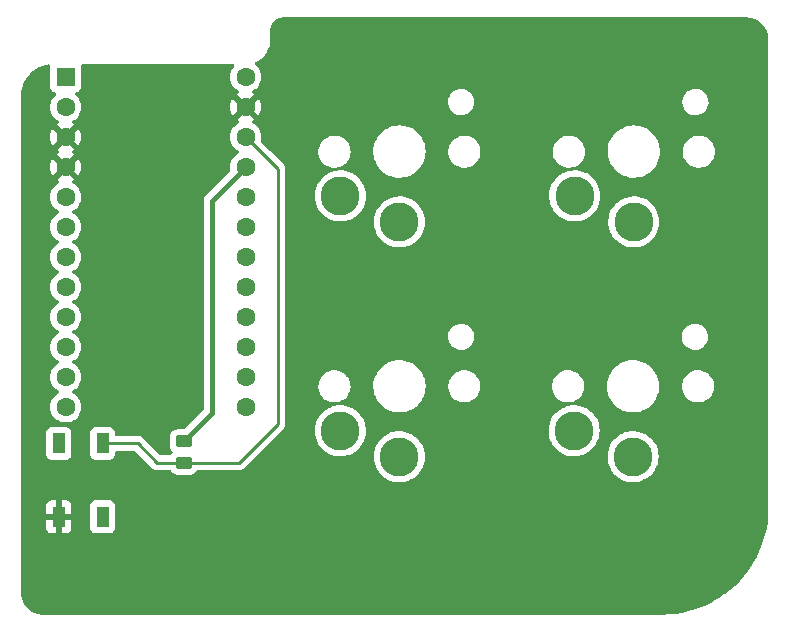
<source format=gtl>
G04 #@! TF.GenerationSoftware,KiCad,Pcbnew,(6.0.5)*
G04 #@! TF.CreationDate,2022-09-29T20:04:46+08:00*
G04 #@! TF.ProjectId,4k-keypad-pro-micro,346b2d6b-6579-4706-9164-2d70726f2d6d,rev?*
G04 #@! TF.SameCoordinates,Original*
G04 #@! TF.FileFunction,Copper,L1,Top*
G04 #@! TF.FilePolarity,Positive*
%FSLAX46Y46*%
G04 Gerber Fmt 4.6, Leading zero omitted, Abs format (unit mm)*
G04 Created by KiCad (PCBNEW (6.0.5)) date 2022-09-29 20:04:46*
%MOMM*%
%LPD*%
G01*
G04 APERTURE LIST*
G04 Aperture macros list*
%AMRoundRect*
0 Rectangle with rounded corners*
0 $1 Rounding radius*
0 $2 $3 $4 $5 $6 $7 $8 $9 X,Y pos of 4 corners*
0 Add a 4 corners polygon primitive as box body*
4,1,4,$2,$3,$4,$5,$6,$7,$8,$9,$2,$3,0*
0 Add four circle primitives for the rounded corners*
1,1,$1+$1,$2,$3*
1,1,$1+$1,$4,$5*
1,1,$1+$1,$6,$7*
1,1,$1+$1,$8,$9*
0 Add four rect primitives between the rounded corners*
20,1,$1+$1,$2,$3,$4,$5,0*
20,1,$1+$1,$4,$5,$6,$7,0*
20,1,$1+$1,$6,$7,$8,$9,0*
20,1,$1+$1,$8,$9,$2,$3,0*%
G04 Aperture macros list end*
G04 #@! TA.AperFunction,SMDPad,CuDef*
%ADD10R,1.100000X1.800000*%
G04 #@! TD*
G04 #@! TA.AperFunction,ComponentPad*
%ADD11R,1.600000X1.600000*%
G04 #@! TD*
G04 #@! TA.AperFunction,ComponentPad*
%ADD12C,1.600000*%
G04 #@! TD*
G04 #@! TA.AperFunction,SMDPad,CuDef*
%ADD13RoundRect,0.250000X-0.450000X0.262500X-0.450000X-0.262500X0.450000X-0.262500X0.450000X0.262500X0*%
G04 #@! TD*
G04 #@! TA.AperFunction,ComponentPad*
%ADD14C,3.300000*%
G04 #@! TD*
G04 #@! TA.AperFunction,Conductor*
%ADD15C,0.254000*%
G04 #@! TD*
G04 #@! TA.AperFunction,Conductor*
%ADD16C,0.381000*%
G04 #@! TD*
G04 APERTURE END LIST*
D10*
X104243750Y-103262500D03*
X100543750Y-109462500D03*
X100543750Y-103262500D03*
X104243750Y-109462500D03*
D11*
X101123750Y-72231250D03*
D12*
X101123750Y-74771250D03*
X101123750Y-77311250D03*
X101123750Y-79851250D03*
X101123750Y-82391250D03*
X101123750Y-84931250D03*
X101123750Y-87471250D03*
X101123750Y-90011250D03*
X101123750Y-92551250D03*
X101123750Y-95091250D03*
X101123750Y-97631250D03*
X101123750Y-100171250D03*
X116363750Y-100171250D03*
X116363750Y-97631250D03*
X116363750Y-95091250D03*
X116363750Y-92551250D03*
X116363750Y-90011250D03*
X116363750Y-87471250D03*
X116363750Y-84931250D03*
X116363750Y-82391250D03*
X116363750Y-79851250D03*
X116363750Y-77311250D03*
X116363750Y-74771250D03*
X116363750Y-72231250D03*
D13*
X111125000Y-103068750D03*
X111125000Y-104893750D03*
D14*
X144225000Y-82300000D03*
X149225000Y-84500000D03*
X144168750Y-102175000D03*
X149168750Y-104375000D03*
X124381250Y-102175000D03*
X129381250Y-104375000D03*
X124381250Y-82300000D03*
X129381250Y-84500000D03*
D15*
X115768750Y-104893750D02*
X119062500Y-101600000D01*
X119062500Y-101600000D02*
X119062500Y-80010000D01*
X111125000Y-104893750D02*
X115768750Y-104893750D01*
X119062500Y-80010000D02*
X116363750Y-77311250D01*
X107231250Y-103262500D02*
X108862500Y-104893750D01*
X108862500Y-104893750D02*
X111125000Y-104893750D01*
X104243750Y-103262500D02*
X107231250Y-103262500D01*
D16*
X111125000Y-103068750D02*
X113506250Y-100687500D01*
X113506250Y-100687500D02*
X113506250Y-82708750D01*
X113506250Y-82708750D02*
X116363750Y-79851250D01*
X99143750Y-109462500D02*
X98425000Y-108743750D01*
X98425000Y-108743750D02*
X98425000Y-82550000D01*
X100543750Y-109462500D02*
X99143750Y-109462500D01*
X98425000Y-82550000D02*
X101123750Y-79851250D01*
G04 #@! TA.AperFunction,Conductor*
G36*
X158720018Y-67185000D02*
G01*
X158734851Y-67187310D01*
X158734855Y-67187310D01*
X158743724Y-67188691D01*
X158752626Y-67187527D01*
X158752629Y-67187527D01*
X158760012Y-67186561D01*
X158784591Y-67185767D01*
X158811442Y-67187527D01*
X158986204Y-67198982D01*
X159002543Y-67201133D01*
X159226611Y-67245701D01*
X159242529Y-67249966D01*
X159458862Y-67323401D01*
X159474081Y-67329705D01*
X159648555Y-67415744D01*
X159678977Y-67430746D01*
X159693250Y-67438986D01*
X159883206Y-67565909D01*
X159896281Y-67575942D01*
X160068047Y-67726573D01*
X160079702Y-67738227D01*
X160230336Y-67909988D01*
X160240369Y-67923064D01*
X160367290Y-68113009D01*
X160375530Y-68127281D01*
X160468477Y-68315750D01*
X160476576Y-68332173D01*
X160482884Y-68347400D01*
X160556324Y-68563738D01*
X160560589Y-68579657D01*
X160605161Y-68803712D01*
X160607313Y-68820053D01*
X160620047Y-69014279D01*
X160618974Y-69038405D01*
X160618941Y-69041107D01*
X160617559Y-69049985D01*
X160618724Y-69058889D01*
X160621686Y-69081541D01*
X160622750Y-69097881D01*
X160622750Y-108694383D01*
X160621250Y-108713768D01*
X160618940Y-108728601D01*
X160618940Y-108728605D01*
X160617559Y-108737474D01*
X160618723Y-108746376D01*
X160618723Y-108746378D01*
X160620581Y-108760584D01*
X160621583Y-108780879D01*
X160605082Y-109305943D01*
X160604585Y-109313843D01*
X160565969Y-109722365D01*
X160552025Y-109869874D01*
X160551034Y-109877718D01*
X160466091Y-110414031D01*
X160463663Y-110429361D01*
X160462179Y-110437136D01*
X160340341Y-110982204D01*
X160338373Y-110989871D01*
X160182556Y-111526200D01*
X160180114Y-111533715D01*
X159990916Y-112059235D01*
X159988014Y-112066563D01*
X159766190Y-112579168D01*
X159762834Y-112586300D01*
X159621590Y-112863507D01*
X159509267Y-113083953D01*
X159505454Y-113090889D01*
X159221143Y-113571633D01*
X159216901Y-113578316D01*
X158902976Y-114040243D01*
X158898334Y-114046634D01*
X158555999Y-114487969D01*
X158550969Y-114494048D01*
X158181610Y-114913004D01*
X158176191Y-114918774D01*
X157781274Y-115313691D01*
X157775504Y-115319110D01*
X157356548Y-115688469D01*
X157350469Y-115693499D01*
X156909134Y-116035834D01*
X156902743Y-116040476D01*
X156440816Y-116354401D01*
X156434133Y-116358643D01*
X155953389Y-116642954D01*
X155946453Y-116646767D01*
X155448800Y-116900334D01*
X155441668Y-116903690D01*
X154929063Y-117125514D01*
X154921735Y-117128416D01*
X154396215Y-117317614D01*
X154388712Y-117320052D01*
X154189839Y-117377830D01*
X153852371Y-117475873D01*
X153844704Y-117477841D01*
X153299636Y-117599679D01*
X153291869Y-117601162D01*
X152740218Y-117688534D01*
X152732383Y-117689524D01*
X152495126Y-117711951D01*
X152176343Y-117742085D01*
X152168443Y-117742582D01*
X151650950Y-117758845D01*
X151627608Y-117757407D01*
X151621400Y-117756440D01*
X151621395Y-117756440D01*
X151612526Y-117755059D01*
X151603624Y-117756223D01*
X151603622Y-117756223D01*
X151590173Y-117757982D01*
X151580964Y-117759186D01*
X151564629Y-117760250D01*
X99268120Y-117760250D01*
X99248732Y-117758749D01*
X99233912Y-117756441D01*
X99233911Y-117756441D01*
X99225037Y-117755059D01*
X99208743Y-117757189D01*
X99184171Y-117757982D01*
X99038323Y-117748420D01*
X98982559Y-117744764D01*
X98966218Y-117742612D01*
X98742170Y-117698041D01*
X98726251Y-117693776D01*
X98615277Y-117656104D01*
X98509914Y-117620336D01*
X98494696Y-117614032D01*
X98289806Y-117512987D01*
X98275534Y-117504747D01*
X98085595Y-117377830D01*
X98072519Y-117367797D01*
X97900762Y-117217166D01*
X97889108Y-117205512D01*
X97738477Y-117033747D01*
X97728450Y-117020679D01*
X97601526Y-116830721D01*
X97593299Y-116816473D01*
X97492247Y-116611555D01*
X97485947Y-116596343D01*
X97412516Y-116380019D01*
X97408250Y-116364099D01*
X97363682Y-116140038D01*
X97361531Y-116123698D01*
X97349012Y-115932693D01*
X97350175Y-115909734D01*
X97349834Y-115909703D01*
X97350270Y-115904845D01*
X97351076Y-115900052D01*
X97351229Y-115887500D01*
X97347273Y-115859876D01*
X97346000Y-115842014D01*
X97346000Y-110407169D01*
X99485751Y-110407169D01*
X99486121Y-110413990D01*
X99491645Y-110464852D01*
X99495271Y-110480104D01*
X99540426Y-110600554D01*
X99548964Y-110616149D01*
X99625465Y-110718224D01*
X99638026Y-110730785D01*
X99740101Y-110807286D01*
X99755696Y-110815824D01*
X99876144Y-110860978D01*
X99891399Y-110864605D01*
X99942264Y-110870131D01*
X99949078Y-110870500D01*
X100271635Y-110870500D01*
X100286874Y-110866025D01*
X100288079Y-110864635D01*
X100289750Y-110856952D01*
X100289750Y-110852384D01*
X100797750Y-110852384D01*
X100802225Y-110867623D01*
X100803615Y-110868828D01*
X100811298Y-110870499D01*
X101138419Y-110870499D01*
X101145240Y-110870129D01*
X101196102Y-110864605D01*
X101211354Y-110860979D01*
X101331804Y-110815824D01*
X101347399Y-110807286D01*
X101449474Y-110730785D01*
X101462035Y-110718224D01*
X101538536Y-110616149D01*
X101547074Y-110600554D01*
X101592228Y-110480106D01*
X101595855Y-110464851D01*
X101601381Y-110413986D01*
X101601563Y-110410634D01*
X103185250Y-110410634D01*
X103192005Y-110472816D01*
X103243135Y-110609205D01*
X103330489Y-110725761D01*
X103447045Y-110813115D01*
X103583434Y-110864245D01*
X103645616Y-110871000D01*
X104841884Y-110871000D01*
X104904066Y-110864245D01*
X105040455Y-110813115D01*
X105157011Y-110725761D01*
X105244365Y-110609205D01*
X105295495Y-110472816D01*
X105302250Y-110410634D01*
X105302250Y-108514366D01*
X105295495Y-108452184D01*
X105244365Y-108315795D01*
X105157011Y-108199239D01*
X105040455Y-108111885D01*
X104904066Y-108060755D01*
X104841884Y-108054000D01*
X103645616Y-108054000D01*
X103583434Y-108060755D01*
X103447045Y-108111885D01*
X103330489Y-108199239D01*
X103243135Y-108315795D01*
X103192005Y-108452184D01*
X103185250Y-108514366D01*
X103185250Y-110410634D01*
X101601563Y-110410634D01*
X101601750Y-110407172D01*
X101601750Y-109734615D01*
X101597275Y-109719376D01*
X101595885Y-109718171D01*
X101588202Y-109716500D01*
X100815865Y-109716500D01*
X100800626Y-109720975D01*
X100799421Y-109722365D01*
X100797750Y-109730048D01*
X100797750Y-110852384D01*
X100289750Y-110852384D01*
X100289750Y-109734615D01*
X100285275Y-109719376D01*
X100283885Y-109718171D01*
X100276202Y-109716500D01*
X99503866Y-109716500D01*
X99488627Y-109720975D01*
X99487422Y-109722365D01*
X99485751Y-109730048D01*
X99485751Y-110407169D01*
X97346000Y-110407169D01*
X97346000Y-109190385D01*
X99485750Y-109190385D01*
X99490225Y-109205624D01*
X99491615Y-109206829D01*
X99499298Y-109208500D01*
X100271635Y-109208500D01*
X100286874Y-109204025D01*
X100288079Y-109202635D01*
X100289750Y-109194952D01*
X100289750Y-109190385D01*
X100797750Y-109190385D01*
X100802225Y-109205624D01*
X100803615Y-109206829D01*
X100811298Y-109208500D01*
X101583634Y-109208500D01*
X101598873Y-109204025D01*
X101600078Y-109202635D01*
X101601749Y-109194952D01*
X101601749Y-108517831D01*
X101601379Y-108511010D01*
X101595855Y-108460148D01*
X101592229Y-108444896D01*
X101547074Y-108324446D01*
X101538536Y-108308851D01*
X101462035Y-108206776D01*
X101449474Y-108194215D01*
X101347399Y-108117714D01*
X101331804Y-108109176D01*
X101211356Y-108064022D01*
X101196101Y-108060395D01*
X101145236Y-108054869D01*
X101138422Y-108054500D01*
X100815865Y-108054500D01*
X100800626Y-108058975D01*
X100799421Y-108060365D01*
X100797750Y-108068048D01*
X100797750Y-109190385D01*
X100289750Y-109190385D01*
X100289750Y-108072616D01*
X100285275Y-108057377D01*
X100283885Y-108056172D01*
X100276202Y-108054501D01*
X99949081Y-108054501D01*
X99942260Y-108054871D01*
X99891398Y-108060395D01*
X99876146Y-108064021D01*
X99755696Y-108109176D01*
X99740101Y-108117714D01*
X99638026Y-108194215D01*
X99625465Y-108206776D01*
X99548964Y-108308851D01*
X99540426Y-108324446D01*
X99495272Y-108444894D01*
X99491645Y-108460149D01*
X99486119Y-108511014D01*
X99485750Y-108517828D01*
X99485750Y-109190385D01*
X97346000Y-109190385D01*
X97346000Y-104210634D01*
X99485250Y-104210634D01*
X99492005Y-104272816D01*
X99543135Y-104409205D01*
X99630489Y-104525761D01*
X99747045Y-104613115D01*
X99883434Y-104664245D01*
X99945616Y-104671000D01*
X101141884Y-104671000D01*
X101204066Y-104664245D01*
X101340455Y-104613115D01*
X101457011Y-104525761D01*
X101544365Y-104409205D01*
X101595495Y-104272816D01*
X101602250Y-104210634D01*
X103185250Y-104210634D01*
X103192005Y-104272816D01*
X103243135Y-104409205D01*
X103330489Y-104525761D01*
X103447045Y-104613115D01*
X103583434Y-104664245D01*
X103645616Y-104671000D01*
X104841884Y-104671000D01*
X104904066Y-104664245D01*
X105040455Y-104613115D01*
X105157011Y-104525761D01*
X105244365Y-104409205D01*
X105295495Y-104272816D01*
X105302250Y-104210634D01*
X105302250Y-104024000D01*
X105322252Y-103955879D01*
X105375908Y-103909386D01*
X105428250Y-103898000D01*
X106915828Y-103898000D01*
X106983949Y-103918002D01*
X107004923Y-103934905D01*
X107683132Y-104613115D01*
X108357250Y-105287233D01*
X108364826Y-105295559D01*
X108368947Y-105302053D01*
X108374722Y-105307476D01*
X108418765Y-105348835D01*
X108421607Y-105351590D01*
X108441406Y-105371389D01*
X108444531Y-105373813D01*
X108444540Y-105373821D01*
X108444626Y-105373887D01*
X108453651Y-105381595D01*
X108485994Y-105411967D01*
X108492938Y-105415785D01*
X108492940Y-105415786D01*
X108503829Y-105421772D01*
X108520347Y-105432623D01*
X108536433Y-105445100D01*
X108577166Y-105462726D01*
X108587814Y-105467943D01*
X108596109Y-105472503D01*
X108626697Y-105489319D01*
X108634372Y-105491290D01*
X108634378Y-105491292D01*
X108646411Y-105494381D01*
X108665113Y-105500784D01*
X108683792Y-105508867D01*
X108717318Y-105514177D01*
X108727627Y-105515810D01*
X108739240Y-105518215D01*
X108782218Y-105529250D01*
X108802565Y-105529250D01*
X108822277Y-105530801D01*
X108842379Y-105533985D01*
X108850271Y-105533239D01*
X108886556Y-105529809D01*
X108898414Y-105529250D01*
X109943604Y-105529250D01*
X110011725Y-105549252D01*
X110050747Y-105588946D01*
X110076522Y-105630598D01*
X110201697Y-105755555D01*
X110207927Y-105759395D01*
X110207928Y-105759396D01*
X110345090Y-105843944D01*
X110352262Y-105848365D01*
X110432005Y-105874814D01*
X110513611Y-105901882D01*
X110513613Y-105901882D01*
X110520139Y-105904047D01*
X110526975Y-105904747D01*
X110526978Y-105904748D01*
X110570031Y-105909159D01*
X110624600Y-105914750D01*
X111625400Y-105914750D01*
X111628646Y-105914413D01*
X111628650Y-105914413D01*
X111724308Y-105904488D01*
X111724312Y-105904487D01*
X111731166Y-105903776D01*
X111737702Y-105901595D01*
X111737704Y-105901595D01*
X111869806Y-105857522D01*
X111898946Y-105847800D01*
X112049348Y-105754728D01*
X112174305Y-105629553D01*
X112178148Y-105623319D01*
X112199221Y-105589133D01*
X112251993Y-105541640D01*
X112306480Y-105529250D01*
X115689730Y-105529250D01*
X115700964Y-105529780D01*
X115708469Y-105531458D01*
X115776762Y-105529312D01*
X115780719Y-105529250D01*
X115808733Y-105529250D01*
X115812658Y-105528754D01*
X115812659Y-105528754D01*
X115812754Y-105528742D01*
X115824599Y-105527809D01*
X115854420Y-105526872D01*
X115861032Y-105526664D01*
X115861033Y-105526664D01*
X115868955Y-105526415D01*
X115888499Y-105520737D01*
X115907862Y-105516727D01*
X115920190Y-105515170D01*
X115920192Y-105515170D01*
X115928049Y-105514177D01*
X115935413Y-105511261D01*
X115935418Y-105511260D01*
X115969306Y-105497843D01*
X115980535Y-105493998D01*
X115997215Y-105489152D01*
X116023143Y-105481619D01*
X116029970Y-105477581D01*
X116029973Y-105477580D01*
X116040656Y-105471262D01*
X116058414Y-105462562D01*
X116069965Y-105457989D01*
X116069971Y-105457985D01*
X116077338Y-105455069D01*
X116086727Y-105448248D01*
X116113238Y-105428986D01*
X116123160Y-105422469D01*
X116154518Y-105403924D01*
X116154522Y-105403921D01*
X116161348Y-105399884D01*
X116175732Y-105385500D01*
X116190766Y-105372659D01*
X116200823Y-105365352D01*
X116207237Y-105360692D01*
X116235528Y-105326494D01*
X116243517Y-105317715D01*
X117208888Y-104352344D01*
X127217825Y-104352344D01*
X127234766Y-104646164D01*
X127235591Y-104650371D01*
X127235592Y-104650376D01*
X127262400Y-104787014D01*
X127291427Y-104934966D01*
X127386759Y-105213407D01*
X127428306Y-105296014D01*
X127513906Y-105466211D01*
X127518997Y-105476334D01*
X127521423Y-105479863D01*
X127521426Y-105479869D01*
X127625020Y-105630598D01*
X127685695Y-105718881D01*
X127688582Y-105722054D01*
X127688583Y-105722055D01*
X127718313Y-105754728D01*
X127883768Y-105936560D01*
X127887057Y-105939310D01*
X128106259Y-106122592D01*
X128106264Y-106122596D01*
X128109551Y-106125344D01*
X128175301Y-106166589D01*
X128355226Y-106279456D01*
X128355230Y-106279458D01*
X128358866Y-106281739D01*
X128431543Y-106314554D01*
X128623187Y-106401085D01*
X128623191Y-106401087D01*
X128627099Y-106402851D01*
X128631218Y-106404071D01*
X128905174Y-106485221D01*
X128905179Y-106485222D01*
X128909287Y-106486439D01*
X128913521Y-106487087D01*
X128913526Y-106487088D01*
X129195967Y-106530307D01*
X129195969Y-106530307D01*
X129200209Y-106530956D01*
X129350022Y-106533310D01*
X129490190Y-106535512D01*
X129490196Y-106535512D01*
X129494481Y-106535579D01*
X129786658Y-106500222D01*
X130071332Y-106425539D01*
X130343238Y-106312912D01*
X130597342Y-106164425D01*
X130828944Y-105982827D01*
X130876855Y-105933387D01*
X131030773Y-105774554D01*
X131033756Y-105771476D01*
X131207991Y-105534285D01*
X131218909Y-105514177D01*
X131346372Y-105279418D01*
X131346373Y-105279416D01*
X131348422Y-105275642D01*
X131452453Y-105000333D01*
X131518157Y-104713453D01*
X131522797Y-104661471D01*
X131544099Y-104422776D01*
X131544099Y-104422774D01*
X131544319Y-104420310D01*
X131544794Y-104375000D01*
X131543250Y-104352344D01*
X147005325Y-104352344D01*
X147022266Y-104646164D01*
X147023091Y-104650371D01*
X147023092Y-104650376D01*
X147049900Y-104787014D01*
X147078927Y-104934966D01*
X147174259Y-105213407D01*
X147215806Y-105296014D01*
X147301406Y-105466211D01*
X147306497Y-105476334D01*
X147308923Y-105479863D01*
X147308926Y-105479869D01*
X147412520Y-105630598D01*
X147473195Y-105718881D01*
X147476082Y-105722054D01*
X147476083Y-105722055D01*
X147505813Y-105754728D01*
X147671268Y-105936560D01*
X147674557Y-105939310D01*
X147893759Y-106122592D01*
X147893764Y-106122596D01*
X147897051Y-106125344D01*
X147962801Y-106166589D01*
X148142726Y-106279456D01*
X148142730Y-106279458D01*
X148146366Y-106281739D01*
X148219043Y-106314554D01*
X148410687Y-106401085D01*
X148410691Y-106401087D01*
X148414599Y-106402851D01*
X148418718Y-106404071D01*
X148692674Y-106485221D01*
X148692679Y-106485222D01*
X148696787Y-106486439D01*
X148701021Y-106487087D01*
X148701026Y-106487088D01*
X148983467Y-106530307D01*
X148983469Y-106530307D01*
X148987709Y-106530956D01*
X149137522Y-106533310D01*
X149277690Y-106535512D01*
X149277696Y-106535512D01*
X149281981Y-106535579D01*
X149574158Y-106500222D01*
X149858832Y-106425539D01*
X150130738Y-106312912D01*
X150384842Y-106164425D01*
X150616444Y-105982827D01*
X150664355Y-105933387D01*
X150818273Y-105774554D01*
X150821256Y-105771476D01*
X150995491Y-105534285D01*
X151006409Y-105514177D01*
X151133872Y-105279418D01*
X151133873Y-105279416D01*
X151135922Y-105275642D01*
X151239953Y-105000333D01*
X151305657Y-104713453D01*
X151310297Y-104661471D01*
X151331599Y-104422776D01*
X151331599Y-104422774D01*
X151331819Y-104420310D01*
X151332294Y-104375000D01*
X151330750Y-104352344D01*
X151312569Y-104085650D01*
X151312568Y-104085644D01*
X151312277Y-104081373D01*
X151309969Y-104070225D01*
X151256023Y-103809733D01*
X151252595Y-103793180D01*
X151154353Y-103515753D01*
X151019368Y-103254226D01*
X151003339Y-103231418D01*
X150852606Y-103016948D01*
X150852605Y-103016947D01*
X150850139Y-103013438D01*
X150649798Y-102797844D01*
X150630965Y-102782429D01*
X150519464Y-102691167D01*
X150422050Y-102611435D01*
X150171111Y-102457660D01*
X150152456Y-102449471D01*
X149905552Y-102341087D01*
X149905548Y-102341086D01*
X149901624Y-102339363D01*
X149618576Y-102258735D01*
X149614334Y-102258131D01*
X149614328Y-102258130D01*
X149331455Y-102217871D01*
X149327204Y-102217266D01*
X149172056Y-102216454D01*
X149037186Y-102215747D01*
X149037180Y-102215747D01*
X149032900Y-102215725D01*
X149028656Y-102216284D01*
X149028652Y-102216284D01*
X148900091Y-102233210D01*
X148741110Y-102254140D01*
X148736970Y-102255273D01*
X148736968Y-102255273D01*
X148720011Y-102259912D01*
X148457233Y-102331800D01*
X148453283Y-102333485D01*
X148190464Y-102445586D01*
X148190457Y-102445590D01*
X148186522Y-102447268D01*
X148096743Y-102501000D01*
X147937668Y-102596204D01*
X147937664Y-102596207D01*
X147933986Y-102598408D01*
X147704299Y-102782422D01*
X147701355Y-102785524D01*
X147701351Y-102785528D01*
X147636187Y-102854197D01*
X147501711Y-102995905D01*
X147329970Y-103234908D01*
X147192254Y-103495007D01*
X147091112Y-103771390D01*
X147028416Y-104058943D01*
X147028080Y-104063213D01*
X147009387Y-104300737D01*
X147005325Y-104352344D01*
X131543250Y-104352344D01*
X131525069Y-104085650D01*
X131525068Y-104085644D01*
X131524777Y-104081373D01*
X131522469Y-104070225D01*
X131468523Y-103809733D01*
X131465095Y-103793180D01*
X131366853Y-103515753D01*
X131231868Y-103254226D01*
X131215839Y-103231418D01*
X131065106Y-103016948D01*
X131065105Y-103016947D01*
X131062639Y-103013438D01*
X130862298Y-102797844D01*
X130843465Y-102782429D01*
X130731964Y-102691167D01*
X130634550Y-102611435D01*
X130383611Y-102457660D01*
X130364956Y-102449471D01*
X130118052Y-102341087D01*
X130118048Y-102341086D01*
X130114124Y-102339363D01*
X129831076Y-102258735D01*
X129826834Y-102258131D01*
X129826828Y-102258130D01*
X129543955Y-102217871D01*
X129539704Y-102217266D01*
X129384556Y-102216454D01*
X129249686Y-102215747D01*
X129249680Y-102215747D01*
X129245400Y-102215725D01*
X129241156Y-102216284D01*
X129241152Y-102216284D01*
X129112591Y-102233210D01*
X128953610Y-102254140D01*
X128949470Y-102255273D01*
X128949468Y-102255273D01*
X128932511Y-102259912D01*
X128669733Y-102331800D01*
X128665783Y-102333485D01*
X128402964Y-102445586D01*
X128402957Y-102445590D01*
X128399022Y-102447268D01*
X128309243Y-102501000D01*
X128150168Y-102596204D01*
X128150164Y-102596207D01*
X128146486Y-102598408D01*
X127916799Y-102782422D01*
X127913855Y-102785524D01*
X127913851Y-102785528D01*
X127848687Y-102854197D01*
X127714211Y-102995905D01*
X127542470Y-103234908D01*
X127404754Y-103495007D01*
X127303612Y-103771390D01*
X127240916Y-104058943D01*
X127240580Y-104063213D01*
X127221887Y-104300737D01*
X127217825Y-104352344D01*
X117208888Y-104352344D01*
X119408889Y-102152344D01*
X122217825Y-102152344D01*
X122234766Y-102446164D01*
X122235591Y-102450371D01*
X122235592Y-102450376D01*
X122255794Y-102553342D01*
X122291427Y-102734966D01*
X122292814Y-102739016D01*
X122292815Y-102739021D01*
X122381958Y-102999385D01*
X122386759Y-103013407D01*
X122388686Y-103017238D01*
X122509793Y-103258033D01*
X122518997Y-103276334D01*
X122521423Y-103279863D01*
X122521426Y-103279869D01*
X122593612Y-103384900D01*
X122685695Y-103518881D01*
X122883768Y-103736560D01*
X122887057Y-103739310D01*
X123106259Y-103922592D01*
X123106264Y-103922596D01*
X123109551Y-103925344D01*
X123198687Y-103981259D01*
X123355226Y-104079456D01*
X123355230Y-104079458D01*
X123358866Y-104081739D01*
X123431543Y-104114554D01*
X123623187Y-104201085D01*
X123623191Y-104201087D01*
X123627099Y-104202851D01*
X123653374Y-104210634D01*
X123905174Y-104285221D01*
X123905179Y-104285222D01*
X123909287Y-104286439D01*
X123913521Y-104287087D01*
X123913526Y-104287088D01*
X124195967Y-104330307D01*
X124195969Y-104330307D01*
X124200209Y-104330956D01*
X124350022Y-104333310D01*
X124490190Y-104335512D01*
X124490196Y-104335512D01*
X124494481Y-104335579D01*
X124786658Y-104300222D01*
X124946645Y-104258250D01*
X125067189Y-104226626D01*
X125067190Y-104226626D01*
X125071332Y-104225539D01*
X125343238Y-104112912D01*
X125597342Y-103964425D01*
X125828944Y-103782827D01*
X125840028Y-103771390D01*
X126030773Y-103574554D01*
X126033756Y-103571476D01*
X126207991Y-103334285D01*
X126348422Y-103075642D01*
X126414423Y-102900975D01*
X126450935Y-102804351D01*
X126450936Y-102804347D01*
X126452453Y-102800333D01*
X126489286Y-102639512D01*
X126517199Y-102517637D01*
X126517200Y-102517633D01*
X126518157Y-102513453D01*
X126519269Y-102501000D01*
X126544099Y-102222776D01*
X126544099Y-102222774D01*
X126544319Y-102220310D01*
X126544794Y-102175000D01*
X126543250Y-102152344D01*
X142005325Y-102152344D01*
X142022266Y-102446164D01*
X142023091Y-102450371D01*
X142023092Y-102450376D01*
X142043294Y-102553342D01*
X142078927Y-102734966D01*
X142080314Y-102739016D01*
X142080315Y-102739021D01*
X142169458Y-102999385D01*
X142174259Y-103013407D01*
X142176186Y-103017238D01*
X142297293Y-103258033D01*
X142306497Y-103276334D01*
X142308923Y-103279863D01*
X142308926Y-103279869D01*
X142381112Y-103384900D01*
X142473195Y-103518881D01*
X142671268Y-103736560D01*
X142674557Y-103739310D01*
X142893759Y-103922592D01*
X142893764Y-103922596D01*
X142897051Y-103925344D01*
X142986187Y-103981259D01*
X143142726Y-104079456D01*
X143142730Y-104079458D01*
X143146366Y-104081739D01*
X143219043Y-104114554D01*
X143410687Y-104201085D01*
X143410691Y-104201087D01*
X143414599Y-104202851D01*
X143440874Y-104210634D01*
X143692674Y-104285221D01*
X143692679Y-104285222D01*
X143696787Y-104286439D01*
X143701021Y-104287087D01*
X143701026Y-104287088D01*
X143983467Y-104330307D01*
X143983469Y-104330307D01*
X143987709Y-104330956D01*
X144137522Y-104333310D01*
X144277690Y-104335512D01*
X144277696Y-104335512D01*
X144281981Y-104335579D01*
X144574158Y-104300222D01*
X144734145Y-104258250D01*
X144854689Y-104226626D01*
X144854690Y-104226626D01*
X144858832Y-104225539D01*
X145130738Y-104112912D01*
X145384842Y-103964425D01*
X145616444Y-103782827D01*
X145627528Y-103771390D01*
X145818273Y-103574554D01*
X145821256Y-103571476D01*
X145995491Y-103334285D01*
X146135922Y-103075642D01*
X146201923Y-102900975D01*
X146238435Y-102804351D01*
X146238436Y-102804347D01*
X146239953Y-102800333D01*
X146276786Y-102639512D01*
X146304699Y-102517637D01*
X146304700Y-102517633D01*
X146305657Y-102513453D01*
X146306769Y-102501000D01*
X146331599Y-102222776D01*
X146331599Y-102222774D01*
X146331819Y-102220310D01*
X146332294Y-102175000D01*
X146330750Y-102152344D01*
X146312569Y-101885650D01*
X146312568Y-101885644D01*
X146312277Y-101881373D01*
X146294883Y-101797378D01*
X146262337Y-101640224D01*
X146252595Y-101593180D01*
X146154353Y-101315753D01*
X146019368Y-101054226D01*
X146006127Y-101035385D01*
X145852606Y-100816948D01*
X145852605Y-100816947D01*
X145850139Y-100813438D01*
X145649798Y-100597844D01*
X145632198Y-100583438D01*
X145425368Y-100414151D01*
X145422050Y-100411435D01*
X145171111Y-100257660D01*
X145152456Y-100249471D01*
X144905552Y-100141087D01*
X144905548Y-100141086D01*
X144901624Y-100139363D01*
X144618576Y-100058735D01*
X144614334Y-100058131D01*
X144614328Y-100058130D01*
X144331455Y-100017871D01*
X144327204Y-100017266D01*
X144172056Y-100016454D01*
X144037186Y-100015747D01*
X144037180Y-100015747D01*
X144032900Y-100015725D01*
X144028656Y-100016284D01*
X144028652Y-100016284D01*
X143900091Y-100033210D01*
X143741110Y-100054140D01*
X143736970Y-100055273D01*
X143736968Y-100055273D01*
X143720011Y-100059912D01*
X143457233Y-100131800D01*
X143453283Y-100133485D01*
X143190464Y-100245586D01*
X143190457Y-100245590D01*
X143186522Y-100247268D01*
X143045330Y-100331770D01*
X142937668Y-100396204D01*
X142937664Y-100396207D01*
X142933986Y-100398408D01*
X142704299Y-100582422D01*
X142701355Y-100585524D01*
X142701351Y-100585528D01*
X142627705Y-100663135D01*
X142501711Y-100795905D01*
X142329970Y-101034908D01*
X142192254Y-101295007D01*
X142190779Y-101299038D01*
X142122819Y-101484748D01*
X142091112Y-101571390D01*
X142028416Y-101858943D01*
X142028080Y-101863213D01*
X142015655Y-102021094D01*
X142005325Y-102152344D01*
X126543250Y-102152344D01*
X126525069Y-101885650D01*
X126525068Y-101885644D01*
X126524777Y-101881373D01*
X126507383Y-101797378D01*
X126474837Y-101640224D01*
X126465095Y-101593180D01*
X126366853Y-101315753D01*
X126231868Y-101054226D01*
X126218627Y-101035385D01*
X126065106Y-100816948D01*
X126065105Y-100816947D01*
X126062639Y-100813438D01*
X125862298Y-100597844D01*
X125844698Y-100583438D01*
X125637868Y-100414151D01*
X125634550Y-100411435D01*
X125383611Y-100257660D01*
X125364956Y-100249471D01*
X125118052Y-100141087D01*
X125118048Y-100141086D01*
X125114124Y-100139363D01*
X124831076Y-100058735D01*
X124826834Y-100058131D01*
X124826828Y-100058130D01*
X124543955Y-100017871D01*
X124539704Y-100017266D01*
X124384556Y-100016454D01*
X124249686Y-100015747D01*
X124249680Y-100015747D01*
X124245400Y-100015725D01*
X124241156Y-100016284D01*
X124241152Y-100016284D01*
X124112591Y-100033210D01*
X123953610Y-100054140D01*
X123949470Y-100055273D01*
X123949468Y-100055273D01*
X123932511Y-100059912D01*
X123669733Y-100131800D01*
X123665783Y-100133485D01*
X123402964Y-100245586D01*
X123402957Y-100245590D01*
X123399022Y-100247268D01*
X123257830Y-100331770D01*
X123150168Y-100396204D01*
X123150164Y-100396207D01*
X123146486Y-100398408D01*
X122916799Y-100582422D01*
X122913855Y-100585524D01*
X122913851Y-100585528D01*
X122840205Y-100663135D01*
X122714211Y-100795905D01*
X122542470Y-101034908D01*
X122404754Y-101295007D01*
X122403279Y-101299038D01*
X122335319Y-101484748D01*
X122303612Y-101571390D01*
X122240916Y-101858943D01*
X122240580Y-101863213D01*
X122228155Y-102021094D01*
X122217825Y-102152344D01*
X119408889Y-102152344D01*
X119455983Y-102105250D01*
X119464309Y-102097674D01*
X119470803Y-102093553D01*
X119517586Y-102043734D01*
X119520340Y-102040893D01*
X119540139Y-102021094D01*
X119542563Y-102017969D01*
X119542571Y-102017960D01*
X119542637Y-102017874D01*
X119550345Y-102008849D01*
X119575290Y-101982285D01*
X119580717Y-101976506D01*
X119590523Y-101958669D01*
X119601373Y-101942153D01*
X119613850Y-101926067D01*
X119631476Y-101885334D01*
X119636693Y-101874686D01*
X119654249Y-101842751D01*
X119658069Y-101835803D01*
X119660040Y-101828128D01*
X119660042Y-101828122D01*
X119663131Y-101816089D01*
X119669534Y-101797387D01*
X119677617Y-101778708D01*
X119684560Y-101734873D01*
X119686967Y-101723251D01*
X119698000Y-101680282D01*
X119698000Y-101659935D01*
X119699551Y-101640224D01*
X119701495Y-101627950D01*
X119702735Y-101620121D01*
X119698559Y-101575944D01*
X119698000Y-101564086D01*
X119698000Y-98360774D01*
X122519352Y-98360774D01*
X122528001Y-98591158D01*
X122529096Y-98596377D01*
X122545768Y-98675835D01*
X122575343Y-98816791D01*
X122577301Y-98821750D01*
X122577302Y-98821752D01*
X122633661Y-98964460D01*
X122660026Y-99031221D01*
X122662793Y-99035780D01*
X122662794Y-99035783D01*
X122671389Y-99049947D01*
X122779627Y-99228317D01*
X122783124Y-99232347D01*
X122869688Y-99332103D01*
X122930727Y-99402445D01*
X122934858Y-99405832D01*
X123104877Y-99545240D01*
X123104883Y-99545244D01*
X123109005Y-99548624D01*
X123113641Y-99551263D01*
X123113644Y-99551265D01*
X123166073Y-99581109D01*
X123309364Y-99662675D01*
X123526075Y-99741337D01*
X123531324Y-99742286D01*
X123531327Y-99742287D01*
X123748858Y-99781623D01*
X123748865Y-99781624D01*
X123752942Y-99782361D01*
X123770664Y-99783197D01*
X123775606Y-99783430D01*
X123775613Y-99783430D01*
X123777094Y-99783500D01*
X123939140Y-99783500D01*
X124006059Y-99777822D01*
X124105659Y-99769371D01*
X124105663Y-99769370D01*
X124110970Y-99768920D01*
X124116125Y-99767582D01*
X124116131Y-99767581D01*
X124328953Y-99712343D01*
X124328957Y-99712342D01*
X124334122Y-99711001D01*
X124338988Y-99708809D01*
X124338991Y-99708808D01*
X124539452Y-99618507D01*
X124544325Y-99616312D01*
X124735569Y-99487559D01*
X124902385Y-99328424D01*
X125040004Y-99143458D01*
X125144490Y-98937949D01*
X125155576Y-98902249D01*
X125211274Y-98722871D01*
X125212857Y-98717773D01*
X125218415Y-98675835D01*
X125242448Y-98494511D01*
X125242448Y-98494506D01*
X125243148Y-98489226D01*
X125242477Y-98471355D01*
X127168292Y-98471355D01*
X127168655Y-98475503D01*
X127168655Y-98475507D01*
X127170318Y-98494511D01*
X127193863Y-98763625D01*
X127194773Y-98767697D01*
X127194774Y-98767702D01*
X127253718Y-99031401D01*
X127257863Y-99049947D01*
X127359169Y-99325288D01*
X127361116Y-99328981D01*
X127361117Y-99328983D01*
X127476921Y-99548624D01*
X127496001Y-99584813D01*
X127665955Y-99823961D01*
X127866044Y-100038531D01*
X128092754Y-100224752D01*
X128342101Y-100379354D01*
X128345918Y-100381070D01*
X128345921Y-100381071D01*
X128384498Y-100398408D01*
X128609706Y-100499620D01*
X128697656Y-100525839D01*
X128886868Y-100582247D01*
X128886876Y-100582249D01*
X128890865Y-100583438D01*
X128894981Y-100584090D01*
X128894986Y-100584091D01*
X129177172Y-100628784D01*
X129177177Y-100628784D01*
X129180640Y-100629333D01*
X129229736Y-100631563D01*
X129270982Y-100633436D01*
X129271001Y-100633436D01*
X129272401Y-100633500D01*
X129455670Y-100633500D01*
X129673992Y-100618999D01*
X129961591Y-100561009D01*
X130238994Y-100465492D01*
X130242736Y-100463618D01*
X130242741Y-100463616D01*
X130497583Y-100336000D01*
X130497585Y-100335999D01*
X130501327Y-100334125D01*
X130666163Y-100222103D01*
X130740523Y-100171568D01*
X130740526Y-100171566D01*
X130743982Y-100169217D01*
X130915629Y-100015747D01*
X130959578Y-99976452D01*
X130959579Y-99976451D01*
X130962695Y-99973665D01*
X131153623Y-99750905D01*
X131259269Y-99588225D01*
X131311134Y-99508360D01*
X131311137Y-99508355D01*
X131313413Y-99504850D01*
X131439257Y-99239823D01*
X131441658Y-99232347D01*
X131527666Y-98964460D01*
X131528944Y-98960480D01*
X131580899Y-98671730D01*
X131589808Y-98475550D01*
X131594019Y-98382815D01*
X131594019Y-98382810D01*
X131594208Y-98378645D01*
X131592645Y-98360774D01*
X133519352Y-98360774D01*
X133528001Y-98591158D01*
X133529096Y-98596377D01*
X133545768Y-98675835D01*
X133575343Y-98816791D01*
X133577301Y-98821750D01*
X133577302Y-98821752D01*
X133633661Y-98964460D01*
X133660026Y-99031221D01*
X133662793Y-99035780D01*
X133662794Y-99035783D01*
X133671389Y-99049947D01*
X133779627Y-99228317D01*
X133783124Y-99232347D01*
X133869688Y-99332103D01*
X133930727Y-99402445D01*
X133934858Y-99405832D01*
X134104877Y-99545240D01*
X134104883Y-99545244D01*
X134109005Y-99548624D01*
X134113641Y-99551263D01*
X134113644Y-99551265D01*
X134166073Y-99581109D01*
X134309364Y-99662675D01*
X134526075Y-99741337D01*
X134531324Y-99742286D01*
X134531327Y-99742287D01*
X134748858Y-99781623D01*
X134748865Y-99781624D01*
X134752942Y-99782361D01*
X134770664Y-99783197D01*
X134775606Y-99783430D01*
X134775613Y-99783430D01*
X134777094Y-99783500D01*
X134939140Y-99783500D01*
X135006059Y-99777822D01*
X135105659Y-99769371D01*
X135105663Y-99769370D01*
X135110970Y-99768920D01*
X135116125Y-99767582D01*
X135116131Y-99767581D01*
X135328953Y-99712343D01*
X135328957Y-99712342D01*
X135334122Y-99711001D01*
X135338988Y-99708809D01*
X135338991Y-99708808D01*
X135539452Y-99618507D01*
X135544325Y-99616312D01*
X135735569Y-99487559D01*
X135902385Y-99328424D01*
X136040004Y-99143458D01*
X136144490Y-98937949D01*
X136155576Y-98902249D01*
X136211274Y-98722871D01*
X136212857Y-98717773D01*
X136218415Y-98675835D01*
X136242448Y-98494511D01*
X136242448Y-98494506D01*
X136243148Y-98489226D01*
X136238326Y-98360774D01*
X142306852Y-98360774D01*
X142315501Y-98591158D01*
X142316596Y-98596377D01*
X142333268Y-98675835D01*
X142362843Y-98816791D01*
X142364801Y-98821750D01*
X142364802Y-98821752D01*
X142421161Y-98964460D01*
X142447526Y-99031221D01*
X142450293Y-99035780D01*
X142450294Y-99035783D01*
X142458889Y-99049947D01*
X142567127Y-99228317D01*
X142570624Y-99232347D01*
X142657188Y-99332103D01*
X142718227Y-99402445D01*
X142722358Y-99405832D01*
X142892377Y-99545240D01*
X142892383Y-99545244D01*
X142896505Y-99548624D01*
X142901141Y-99551263D01*
X142901144Y-99551265D01*
X142953573Y-99581109D01*
X143096864Y-99662675D01*
X143313575Y-99741337D01*
X143318824Y-99742286D01*
X143318827Y-99742287D01*
X143536358Y-99781623D01*
X143536365Y-99781624D01*
X143540442Y-99782361D01*
X143558164Y-99783197D01*
X143563106Y-99783430D01*
X143563113Y-99783430D01*
X143564594Y-99783500D01*
X143726640Y-99783500D01*
X143793559Y-99777822D01*
X143893159Y-99769371D01*
X143893163Y-99769370D01*
X143898470Y-99768920D01*
X143903625Y-99767582D01*
X143903631Y-99767581D01*
X144116453Y-99712343D01*
X144116457Y-99712342D01*
X144121622Y-99711001D01*
X144126488Y-99708809D01*
X144126491Y-99708808D01*
X144326952Y-99618507D01*
X144331825Y-99616312D01*
X144523069Y-99487559D01*
X144689885Y-99328424D01*
X144827504Y-99143458D01*
X144931990Y-98937949D01*
X144943076Y-98902249D01*
X144998774Y-98722871D01*
X145000357Y-98717773D01*
X145005915Y-98675835D01*
X145029948Y-98494511D01*
X145029948Y-98494506D01*
X145030648Y-98489226D01*
X145029977Y-98471355D01*
X146955792Y-98471355D01*
X146956155Y-98475503D01*
X146956155Y-98475507D01*
X146957818Y-98494511D01*
X146981363Y-98763625D01*
X146982273Y-98767697D01*
X146982274Y-98767702D01*
X147041218Y-99031401D01*
X147045363Y-99049947D01*
X147146669Y-99325288D01*
X147148616Y-99328981D01*
X147148617Y-99328983D01*
X147264421Y-99548624D01*
X147283501Y-99584813D01*
X147453455Y-99823961D01*
X147653544Y-100038531D01*
X147880254Y-100224752D01*
X148129601Y-100379354D01*
X148133418Y-100381070D01*
X148133421Y-100381071D01*
X148171998Y-100398408D01*
X148397206Y-100499620D01*
X148485156Y-100525839D01*
X148674368Y-100582247D01*
X148674376Y-100582249D01*
X148678365Y-100583438D01*
X148682481Y-100584090D01*
X148682486Y-100584091D01*
X148964672Y-100628784D01*
X148964677Y-100628784D01*
X148968140Y-100629333D01*
X149017236Y-100631563D01*
X149058482Y-100633436D01*
X149058501Y-100633436D01*
X149059901Y-100633500D01*
X149243170Y-100633500D01*
X149461492Y-100618999D01*
X149749091Y-100561009D01*
X150026494Y-100465492D01*
X150030236Y-100463618D01*
X150030241Y-100463616D01*
X150285083Y-100336000D01*
X150285085Y-100335999D01*
X150288827Y-100334125D01*
X150453663Y-100222103D01*
X150528023Y-100171568D01*
X150528026Y-100171566D01*
X150531482Y-100169217D01*
X150703129Y-100015747D01*
X150747078Y-99976452D01*
X150747079Y-99976451D01*
X150750195Y-99973665D01*
X150941123Y-99750905D01*
X151046769Y-99588225D01*
X151098634Y-99508360D01*
X151098637Y-99508355D01*
X151100913Y-99504850D01*
X151226757Y-99239823D01*
X151229158Y-99232347D01*
X151315166Y-98964460D01*
X151316444Y-98960480D01*
X151368399Y-98671730D01*
X151377308Y-98475550D01*
X151381519Y-98382815D01*
X151381519Y-98382810D01*
X151381708Y-98378645D01*
X151380145Y-98360774D01*
X153306852Y-98360774D01*
X153315501Y-98591158D01*
X153316596Y-98596377D01*
X153333268Y-98675835D01*
X153362843Y-98816791D01*
X153364801Y-98821750D01*
X153364802Y-98821752D01*
X153421161Y-98964460D01*
X153447526Y-99031221D01*
X153450293Y-99035780D01*
X153450294Y-99035783D01*
X153458889Y-99049947D01*
X153567127Y-99228317D01*
X153570624Y-99232347D01*
X153657188Y-99332103D01*
X153718227Y-99402445D01*
X153722358Y-99405832D01*
X153892377Y-99545240D01*
X153892383Y-99545244D01*
X153896505Y-99548624D01*
X153901141Y-99551263D01*
X153901144Y-99551265D01*
X153953573Y-99581109D01*
X154096864Y-99662675D01*
X154313575Y-99741337D01*
X154318824Y-99742286D01*
X154318827Y-99742287D01*
X154536358Y-99781623D01*
X154536365Y-99781624D01*
X154540442Y-99782361D01*
X154558164Y-99783197D01*
X154563106Y-99783430D01*
X154563113Y-99783430D01*
X154564594Y-99783500D01*
X154726640Y-99783500D01*
X154793559Y-99777822D01*
X154893159Y-99769371D01*
X154893163Y-99769370D01*
X154898470Y-99768920D01*
X154903625Y-99767582D01*
X154903631Y-99767581D01*
X155116453Y-99712343D01*
X155116457Y-99712342D01*
X155121622Y-99711001D01*
X155126488Y-99708809D01*
X155126491Y-99708808D01*
X155326952Y-99618507D01*
X155331825Y-99616312D01*
X155523069Y-99487559D01*
X155689885Y-99328424D01*
X155827504Y-99143458D01*
X155931990Y-98937949D01*
X155943076Y-98902249D01*
X155998774Y-98722871D01*
X156000357Y-98717773D01*
X156005915Y-98675835D01*
X156029948Y-98494511D01*
X156029948Y-98494506D01*
X156030648Y-98489226D01*
X156021999Y-98258842D01*
X156005094Y-98178270D01*
X155975752Y-98038428D01*
X155974657Y-98033209D01*
X155917911Y-97889520D01*
X155891935Y-97823744D01*
X155891934Y-97823742D01*
X155889974Y-97818779D01*
X155881086Y-97804131D01*
X155773140Y-97626243D01*
X155770373Y-97621683D01*
X155683020Y-97521017D01*
X155622773Y-97451588D01*
X155622771Y-97451586D01*
X155619273Y-97447555D01*
X155558651Y-97397848D01*
X155445123Y-97304760D01*
X155445117Y-97304756D01*
X155440995Y-97301376D01*
X155436359Y-97298737D01*
X155436356Y-97298735D01*
X155245279Y-97189968D01*
X155240636Y-97187325D01*
X155023925Y-97108663D01*
X155018676Y-97107714D01*
X155018673Y-97107713D01*
X154801142Y-97068377D01*
X154801135Y-97068376D01*
X154797058Y-97067639D01*
X154779336Y-97066803D01*
X154774394Y-97066570D01*
X154774387Y-97066570D01*
X154772906Y-97066500D01*
X154610860Y-97066500D01*
X154543941Y-97072178D01*
X154444341Y-97080629D01*
X154444337Y-97080630D01*
X154439030Y-97081080D01*
X154433875Y-97082418D01*
X154433869Y-97082419D01*
X154221047Y-97137657D01*
X154221043Y-97137658D01*
X154215878Y-97138999D01*
X154211012Y-97141191D01*
X154211009Y-97141192D01*
X154102730Y-97189968D01*
X154005675Y-97233688D01*
X153814431Y-97362441D01*
X153647615Y-97521576D01*
X153509996Y-97706542D01*
X153405510Y-97912051D01*
X153403928Y-97917145D01*
X153403927Y-97917148D01*
X153350088Y-98090537D01*
X153337143Y-98132227D01*
X153336442Y-98137516D01*
X153321054Y-98253623D01*
X153306852Y-98360774D01*
X151380145Y-98360774D01*
X151356501Y-98090537D01*
X151356137Y-98086375D01*
X151355226Y-98082298D01*
X151293049Y-97804131D01*
X151293047Y-97804124D01*
X151292137Y-97800053D01*
X151190831Y-97524712D01*
X151126746Y-97403163D01*
X151055952Y-97268891D01*
X151055951Y-97268890D01*
X151053999Y-97265187D01*
X150884045Y-97026039D01*
X150683956Y-96811469D01*
X150457246Y-96625248D01*
X150207899Y-96470646D01*
X150204082Y-96468930D01*
X150204079Y-96468929D01*
X150114182Y-96428528D01*
X149940294Y-96350380D01*
X149852344Y-96324161D01*
X149663132Y-96267753D01*
X149663124Y-96267751D01*
X149659135Y-96266562D01*
X149655019Y-96265910D01*
X149655014Y-96265909D01*
X149372828Y-96221216D01*
X149372823Y-96221216D01*
X149369360Y-96220667D01*
X149320264Y-96218437D01*
X149279018Y-96216564D01*
X149278999Y-96216564D01*
X149277599Y-96216500D01*
X149094330Y-96216500D01*
X148876008Y-96231001D01*
X148588409Y-96288991D01*
X148311006Y-96384508D01*
X148307264Y-96386382D01*
X148307259Y-96386384D01*
X148097546Y-96491401D01*
X148048673Y-96515875D01*
X147806018Y-96680783D01*
X147587305Y-96876335D01*
X147396377Y-97099095D01*
X147388981Y-97110484D01*
X147262817Y-97304760D01*
X147236587Y-97345150D01*
X147110743Y-97610177D01*
X147109464Y-97614160D01*
X147109463Y-97614163D01*
X147107049Y-97621683D01*
X147021056Y-97889520D01*
X146969101Y-98178270D01*
X146961722Y-98340767D01*
X146959813Y-98382815D01*
X146955792Y-98471355D01*
X145029977Y-98471355D01*
X145021999Y-98258842D01*
X145005094Y-98178270D01*
X144975752Y-98038428D01*
X144974657Y-98033209D01*
X144917911Y-97889520D01*
X144891935Y-97823744D01*
X144891934Y-97823742D01*
X144889974Y-97818779D01*
X144881086Y-97804131D01*
X144773140Y-97626243D01*
X144770373Y-97621683D01*
X144683020Y-97521017D01*
X144622773Y-97451588D01*
X144622771Y-97451586D01*
X144619273Y-97447555D01*
X144558651Y-97397848D01*
X144445123Y-97304760D01*
X144445117Y-97304756D01*
X144440995Y-97301376D01*
X144436359Y-97298737D01*
X144436356Y-97298735D01*
X144245279Y-97189968D01*
X144240636Y-97187325D01*
X144023925Y-97108663D01*
X144018676Y-97107714D01*
X144018673Y-97107713D01*
X143801142Y-97068377D01*
X143801135Y-97068376D01*
X143797058Y-97067639D01*
X143779336Y-97066803D01*
X143774394Y-97066570D01*
X143774387Y-97066570D01*
X143772906Y-97066500D01*
X143610860Y-97066500D01*
X143543941Y-97072178D01*
X143444341Y-97080629D01*
X143444337Y-97080630D01*
X143439030Y-97081080D01*
X143433875Y-97082418D01*
X143433869Y-97082419D01*
X143221047Y-97137657D01*
X143221043Y-97137658D01*
X143215878Y-97138999D01*
X143211012Y-97141191D01*
X143211009Y-97141192D01*
X143102730Y-97189968D01*
X143005675Y-97233688D01*
X142814431Y-97362441D01*
X142647615Y-97521576D01*
X142509996Y-97706542D01*
X142405510Y-97912051D01*
X142403928Y-97917145D01*
X142403927Y-97917148D01*
X142350088Y-98090537D01*
X142337143Y-98132227D01*
X142336442Y-98137516D01*
X142321054Y-98253623D01*
X142306852Y-98360774D01*
X136238326Y-98360774D01*
X136234499Y-98258842D01*
X136217594Y-98178270D01*
X136188252Y-98038428D01*
X136187157Y-98033209D01*
X136130411Y-97889520D01*
X136104435Y-97823744D01*
X136104434Y-97823742D01*
X136102474Y-97818779D01*
X136093586Y-97804131D01*
X135985640Y-97626243D01*
X135982873Y-97621683D01*
X135895520Y-97521017D01*
X135835273Y-97451588D01*
X135835271Y-97451586D01*
X135831773Y-97447555D01*
X135771151Y-97397848D01*
X135657623Y-97304760D01*
X135657617Y-97304756D01*
X135653495Y-97301376D01*
X135648859Y-97298737D01*
X135648856Y-97298735D01*
X135457779Y-97189968D01*
X135453136Y-97187325D01*
X135236425Y-97108663D01*
X135231176Y-97107714D01*
X135231173Y-97107713D01*
X135013642Y-97068377D01*
X135013635Y-97068376D01*
X135009558Y-97067639D01*
X134991836Y-97066803D01*
X134986894Y-97066570D01*
X134986887Y-97066570D01*
X134985406Y-97066500D01*
X134823360Y-97066500D01*
X134756441Y-97072178D01*
X134656841Y-97080629D01*
X134656837Y-97080630D01*
X134651530Y-97081080D01*
X134646375Y-97082418D01*
X134646369Y-97082419D01*
X134433547Y-97137657D01*
X134433543Y-97137658D01*
X134428378Y-97138999D01*
X134423512Y-97141191D01*
X134423509Y-97141192D01*
X134315230Y-97189968D01*
X134218175Y-97233688D01*
X134026931Y-97362441D01*
X133860115Y-97521576D01*
X133722496Y-97706542D01*
X133618010Y-97912051D01*
X133616428Y-97917145D01*
X133616427Y-97917148D01*
X133562588Y-98090537D01*
X133549643Y-98132227D01*
X133548942Y-98137516D01*
X133533554Y-98253623D01*
X133519352Y-98360774D01*
X131592645Y-98360774D01*
X131569001Y-98090537D01*
X131568637Y-98086375D01*
X131567726Y-98082298D01*
X131505549Y-97804131D01*
X131505547Y-97804124D01*
X131504637Y-97800053D01*
X131403331Y-97524712D01*
X131339246Y-97403163D01*
X131268452Y-97268891D01*
X131268451Y-97268890D01*
X131266499Y-97265187D01*
X131096545Y-97026039D01*
X130896456Y-96811469D01*
X130669746Y-96625248D01*
X130420399Y-96470646D01*
X130416582Y-96468930D01*
X130416579Y-96468929D01*
X130326682Y-96428528D01*
X130152794Y-96350380D01*
X130064844Y-96324161D01*
X129875632Y-96267753D01*
X129875624Y-96267751D01*
X129871635Y-96266562D01*
X129867519Y-96265910D01*
X129867514Y-96265909D01*
X129585328Y-96221216D01*
X129585323Y-96221216D01*
X129581860Y-96220667D01*
X129532764Y-96218437D01*
X129491518Y-96216564D01*
X129491499Y-96216564D01*
X129490099Y-96216500D01*
X129306830Y-96216500D01*
X129088508Y-96231001D01*
X128800909Y-96288991D01*
X128523506Y-96384508D01*
X128519764Y-96386382D01*
X128519759Y-96386384D01*
X128310046Y-96491401D01*
X128261173Y-96515875D01*
X128018518Y-96680783D01*
X127799805Y-96876335D01*
X127608877Y-97099095D01*
X127601481Y-97110484D01*
X127475317Y-97304760D01*
X127449087Y-97345150D01*
X127323243Y-97610177D01*
X127321964Y-97614160D01*
X127321963Y-97614163D01*
X127319549Y-97621683D01*
X127233556Y-97889520D01*
X127181601Y-98178270D01*
X127174222Y-98340767D01*
X127172313Y-98382815D01*
X127168292Y-98471355D01*
X125242477Y-98471355D01*
X125234499Y-98258842D01*
X125217594Y-98178270D01*
X125188252Y-98038428D01*
X125187157Y-98033209D01*
X125130411Y-97889520D01*
X125104435Y-97823744D01*
X125104434Y-97823742D01*
X125102474Y-97818779D01*
X125093586Y-97804131D01*
X124985640Y-97626243D01*
X124982873Y-97621683D01*
X124895520Y-97521017D01*
X124835273Y-97451588D01*
X124835271Y-97451586D01*
X124831773Y-97447555D01*
X124771151Y-97397848D01*
X124657623Y-97304760D01*
X124657617Y-97304756D01*
X124653495Y-97301376D01*
X124648859Y-97298737D01*
X124648856Y-97298735D01*
X124457779Y-97189968D01*
X124453136Y-97187325D01*
X124236425Y-97108663D01*
X124231176Y-97107714D01*
X124231173Y-97107713D01*
X124013642Y-97068377D01*
X124013635Y-97068376D01*
X124009558Y-97067639D01*
X123991836Y-97066803D01*
X123986894Y-97066570D01*
X123986887Y-97066570D01*
X123985406Y-97066500D01*
X123823360Y-97066500D01*
X123756441Y-97072178D01*
X123656841Y-97080629D01*
X123656837Y-97080630D01*
X123651530Y-97081080D01*
X123646375Y-97082418D01*
X123646369Y-97082419D01*
X123433547Y-97137657D01*
X123433543Y-97137658D01*
X123428378Y-97138999D01*
X123423512Y-97141191D01*
X123423509Y-97141192D01*
X123315230Y-97189968D01*
X123218175Y-97233688D01*
X123026931Y-97362441D01*
X122860115Y-97521576D01*
X122722496Y-97706542D01*
X122618010Y-97912051D01*
X122616428Y-97917145D01*
X122616427Y-97917148D01*
X122562588Y-98090537D01*
X122549643Y-98132227D01*
X122548942Y-98137516D01*
X122533554Y-98253623D01*
X122519352Y-98360774D01*
X119698000Y-98360774D01*
X119698000Y-94170604D01*
X133489037Y-94170604D01*
X133498817Y-94381899D01*
X133548375Y-94587534D01*
X133550857Y-94592992D01*
X133550858Y-94592996D01*
X133594303Y-94688546D01*
X133635924Y-94780087D01*
X133758304Y-94952611D01*
X133762631Y-94956753D01*
X133903129Y-95091250D01*
X133911100Y-95098881D01*
X134088798Y-95213620D01*
X134094364Y-95215863D01*
X134279418Y-95290442D01*
X134279421Y-95290443D01*
X134284987Y-95292686D01*
X134492587Y-95333228D01*
X134498149Y-95333500D01*
X134654096Y-95333500D01*
X134811816Y-95318452D01*
X135014784Y-95258908D01*
X135098361Y-95215863D01*
X135197499Y-95164804D01*
X135197502Y-95164802D01*
X135202830Y-95162058D01*
X135369170Y-95031396D01*
X135373102Y-95026865D01*
X135373105Y-95026862D01*
X135503871Y-94876167D01*
X135507802Y-94871637D01*
X135510802Y-94866451D01*
X135510805Y-94866447D01*
X135610717Y-94693742D01*
X135613723Y-94688546D01*
X135683111Y-94488729D01*
X135690974Y-94434501D01*
X135712602Y-94285336D01*
X135712602Y-94285333D01*
X135713463Y-94279396D01*
X135708427Y-94170604D01*
X153276537Y-94170604D01*
X153286317Y-94381899D01*
X153335875Y-94587534D01*
X153338357Y-94592992D01*
X153338358Y-94592996D01*
X153381803Y-94688546D01*
X153423424Y-94780087D01*
X153545804Y-94952611D01*
X153550131Y-94956753D01*
X153690629Y-95091250D01*
X153698600Y-95098881D01*
X153876298Y-95213620D01*
X153881864Y-95215863D01*
X154066918Y-95290442D01*
X154066921Y-95290443D01*
X154072487Y-95292686D01*
X154280087Y-95333228D01*
X154285649Y-95333500D01*
X154441596Y-95333500D01*
X154599316Y-95318452D01*
X154802284Y-95258908D01*
X154885861Y-95215863D01*
X154984999Y-95164804D01*
X154985002Y-95164802D01*
X154990330Y-95162058D01*
X155156670Y-95031396D01*
X155160602Y-95026865D01*
X155160605Y-95026862D01*
X155291371Y-94876167D01*
X155295302Y-94871637D01*
X155298302Y-94866451D01*
X155298305Y-94866447D01*
X155398217Y-94693742D01*
X155401223Y-94688546D01*
X155470611Y-94488729D01*
X155478474Y-94434501D01*
X155500102Y-94285336D01*
X155500102Y-94285333D01*
X155500963Y-94279396D01*
X155491183Y-94068101D01*
X155441625Y-93862466D01*
X155439125Y-93856966D01*
X155386834Y-93741959D01*
X155354076Y-93669913D01*
X155231696Y-93497389D01*
X155078900Y-93351119D01*
X154901202Y-93236380D01*
X154818405Y-93203012D01*
X154710582Y-93159558D01*
X154710579Y-93159557D01*
X154705013Y-93157314D01*
X154497413Y-93116772D01*
X154491851Y-93116500D01*
X154335904Y-93116500D01*
X154178184Y-93131548D01*
X153975216Y-93191092D01*
X153969889Y-93193836D01*
X153969888Y-93193836D01*
X153792501Y-93285196D01*
X153792498Y-93285198D01*
X153787170Y-93287942D01*
X153620830Y-93418604D01*
X153616898Y-93423135D01*
X153616895Y-93423138D01*
X153548224Y-93502275D01*
X153482198Y-93578363D01*
X153479198Y-93583549D01*
X153479195Y-93583553D01*
X153432062Y-93665026D01*
X153376277Y-93761454D01*
X153306889Y-93961271D01*
X153306028Y-93967206D01*
X153306028Y-93967208D01*
X153288942Y-94085052D01*
X153276537Y-94170604D01*
X135708427Y-94170604D01*
X135703683Y-94068101D01*
X135654125Y-93862466D01*
X135651625Y-93856966D01*
X135599334Y-93741959D01*
X135566576Y-93669913D01*
X135444196Y-93497389D01*
X135291400Y-93351119D01*
X135113702Y-93236380D01*
X135030905Y-93203012D01*
X134923082Y-93159558D01*
X134923079Y-93159557D01*
X134917513Y-93157314D01*
X134709913Y-93116772D01*
X134704351Y-93116500D01*
X134548404Y-93116500D01*
X134390684Y-93131548D01*
X134187716Y-93191092D01*
X134182389Y-93193836D01*
X134182388Y-93193836D01*
X134005001Y-93285196D01*
X134004998Y-93285198D01*
X133999670Y-93287942D01*
X133833330Y-93418604D01*
X133829398Y-93423135D01*
X133829395Y-93423138D01*
X133760724Y-93502275D01*
X133694698Y-93578363D01*
X133691698Y-93583549D01*
X133691695Y-93583553D01*
X133644562Y-93665026D01*
X133588777Y-93761454D01*
X133519389Y-93961271D01*
X133518528Y-93967206D01*
X133518528Y-93967208D01*
X133501442Y-94085052D01*
X133489037Y-94170604D01*
X119698000Y-94170604D01*
X119698000Y-84477344D01*
X127217825Y-84477344D01*
X127234766Y-84771164D01*
X127235591Y-84775371D01*
X127235592Y-84775376D01*
X127262400Y-84912014D01*
X127291427Y-85059966D01*
X127386759Y-85338407D01*
X127518997Y-85601334D01*
X127521423Y-85604863D01*
X127521426Y-85604869D01*
X127561200Y-85662740D01*
X127685695Y-85843881D01*
X127883768Y-86061560D01*
X127887057Y-86064310D01*
X128106259Y-86247592D01*
X128106264Y-86247596D01*
X128109551Y-86250344D01*
X128175301Y-86291589D01*
X128355226Y-86404456D01*
X128355230Y-86404458D01*
X128358866Y-86406739D01*
X128431543Y-86439554D01*
X128623187Y-86526085D01*
X128623191Y-86526087D01*
X128627099Y-86527851D01*
X128631218Y-86529071D01*
X128905174Y-86610221D01*
X128905179Y-86610222D01*
X128909287Y-86611439D01*
X128913521Y-86612087D01*
X128913526Y-86612088D01*
X129195967Y-86655307D01*
X129195969Y-86655307D01*
X129200209Y-86655956D01*
X129350022Y-86658310D01*
X129490190Y-86660512D01*
X129490196Y-86660512D01*
X129494481Y-86660579D01*
X129786658Y-86625222D01*
X130071332Y-86550539D01*
X130343238Y-86437912D01*
X130597342Y-86289425D01*
X130828944Y-86107827D01*
X130849074Y-86087055D01*
X131030773Y-85899554D01*
X131033756Y-85896476D01*
X131207991Y-85659285D01*
X131348422Y-85400642D01*
X131452453Y-85125333D01*
X131518157Y-84838453D01*
X131523787Y-84775376D01*
X131544099Y-84547776D01*
X131544099Y-84547774D01*
X131544319Y-84545310D01*
X131544794Y-84500000D01*
X131544625Y-84497519D01*
X131543250Y-84477344D01*
X147061575Y-84477344D01*
X147078516Y-84771164D01*
X147079341Y-84775371D01*
X147079342Y-84775376D01*
X147106150Y-84912014D01*
X147135177Y-85059966D01*
X147230509Y-85338407D01*
X147362747Y-85601334D01*
X147365173Y-85604863D01*
X147365176Y-85604869D01*
X147404950Y-85662740D01*
X147529445Y-85843881D01*
X147727518Y-86061560D01*
X147730807Y-86064310D01*
X147950009Y-86247592D01*
X147950014Y-86247596D01*
X147953301Y-86250344D01*
X148019051Y-86291589D01*
X148198976Y-86404456D01*
X148198980Y-86404458D01*
X148202616Y-86406739D01*
X148275293Y-86439554D01*
X148466937Y-86526085D01*
X148466941Y-86526087D01*
X148470849Y-86527851D01*
X148474968Y-86529071D01*
X148748924Y-86610221D01*
X148748929Y-86610222D01*
X148753037Y-86611439D01*
X148757271Y-86612087D01*
X148757276Y-86612088D01*
X149039717Y-86655307D01*
X149039719Y-86655307D01*
X149043959Y-86655956D01*
X149193772Y-86658310D01*
X149333940Y-86660512D01*
X149333946Y-86660512D01*
X149338231Y-86660579D01*
X149630408Y-86625222D01*
X149915082Y-86550539D01*
X150186988Y-86437912D01*
X150441092Y-86289425D01*
X150672694Y-86107827D01*
X150692824Y-86087055D01*
X150874523Y-85899554D01*
X150877506Y-85896476D01*
X151051741Y-85659285D01*
X151192172Y-85400642D01*
X151296203Y-85125333D01*
X151361907Y-84838453D01*
X151367537Y-84775376D01*
X151387849Y-84547776D01*
X151387849Y-84547774D01*
X151388069Y-84545310D01*
X151388544Y-84500000D01*
X151388375Y-84497519D01*
X151368819Y-84210650D01*
X151368818Y-84210644D01*
X151368527Y-84206373D01*
X151308845Y-83918180D01*
X151210603Y-83640753D01*
X151075618Y-83379226D01*
X151059589Y-83356418D01*
X150908856Y-83141948D01*
X150908855Y-83141947D01*
X150906389Y-83138438D01*
X150706048Y-82922844D01*
X150683936Y-82904745D01*
X150481618Y-82739151D01*
X150478300Y-82736435D01*
X150259889Y-82602593D01*
X150231023Y-82584904D01*
X150231022Y-82584904D01*
X150227361Y-82582660D01*
X150208706Y-82574471D01*
X149961802Y-82466087D01*
X149961798Y-82466086D01*
X149957874Y-82464363D01*
X149674826Y-82383735D01*
X149670584Y-82383131D01*
X149670578Y-82383130D01*
X149387705Y-82342871D01*
X149383454Y-82342266D01*
X149228306Y-82341454D01*
X149093436Y-82340747D01*
X149093430Y-82340747D01*
X149089150Y-82340725D01*
X149084906Y-82341284D01*
X149084902Y-82341284D01*
X148988704Y-82353949D01*
X148797360Y-82379140D01*
X148793220Y-82380273D01*
X148793218Y-82380273D01*
X148572075Y-82440771D01*
X148513483Y-82456800D01*
X148509533Y-82458485D01*
X148246714Y-82570586D01*
X148246707Y-82570590D01*
X148242772Y-82572268D01*
X148164126Y-82619337D01*
X147993918Y-82721204D01*
X147993914Y-82721207D01*
X147990236Y-82723408D01*
X147760549Y-82907422D01*
X147757605Y-82910524D01*
X147757601Y-82910528D01*
X147622868Y-83052507D01*
X147557961Y-83120905D01*
X147386220Y-83359908D01*
X147248504Y-83620007D01*
X147147362Y-83896390D01*
X147084666Y-84183943D01*
X147084330Y-84188213D01*
X147065637Y-84425737D01*
X147061575Y-84477344D01*
X131543250Y-84477344D01*
X131525069Y-84210650D01*
X131525068Y-84210644D01*
X131524777Y-84206373D01*
X131465095Y-83918180D01*
X131366853Y-83640753D01*
X131231868Y-83379226D01*
X131215839Y-83356418D01*
X131065106Y-83141948D01*
X131065105Y-83141947D01*
X131062639Y-83138438D01*
X130862298Y-82922844D01*
X130840186Y-82904745D01*
X130637868Y-82739151D01*
X130634550Y-82736435D01*
X130416139Y-82602593D01*
X130387273Y-82584904D01*
X130387272Y-82584904D01*
X130383611Y-82582660D01*
X130364956Y-82574471D01*
X130118052Y-82466087D01*
X130118048Y-82466086D01*
X130114124Y-82464363D01*
X129831076Y-82383735D01*
X129826834Y-82383131D01*
X129826828Y-82383130D01*
X129543955Y-82342871D01*
X129539704Y-82342266D01*
X129384556Y-82341454D01*
X129249686Y-82340747D01*
X129249680Y-82340747D01*
X129245400Y-82340725D01*
X129241156Y-82341284D01*
X129241152Y-82341284D01*
X129144954Y-82353949D01*
X128953610Y-82379140D01*
X128949470Y-82380273D01*
X128949468Y-82380273D01*
X128728325Y-82440771D01*
X128669733Y-82456800D01*
X128665783Y-82458485D01*
X128402964Y-82570586D01*
X128402957Y-82570590D01*
X128399022Y-82572268D01*
X128320376Y-82619337D01*
X128150168Y-82721204D01*
X128150164Y-82721207D01*
X128146486Y-82723408D01*
X127916799Y-82907422D01*
X127913855Y-82910524D01*
X127913851Y-82910528D01*
X127779118Y-83052507D01*
X127714211Y-83120905D01*
X127542470Y-83359908D01*
X127404754Y-83620007D01*
X127303612Y-83896390D01*
X127240916Y-84183943D01*
X127240580Y-84188213D01*
X127221887Y-84425737D01*
X127217825Y-84477344D01*
X119698000Y-84477344D01*
X119698000Y-82277344D01*
X122217825Y-82277344D01*
X122234766Y-82571164D01*
X122235591Y-82575371D01*
X122235592Y-82575376D01*
X122251620Y-82657068D01*
X122291427Y-82859966D01*
X122292814Y-82864016D01*
X122292815Y-82864021D01*
X122381958Y-83124385D01*
X122386759Y-83138407D01*
X122388686Y-83142238D01*
X122517043Y-83397448D01*
X122518997Y-83401334D01*
X122521423Y-83404863D01*
X122521426Y-83404869D01*
X122561200Y-83462740D01*
X122685695Y-83643881D01*
X122688582Y-83647054D01*
X122688583Y-83647055D01*
X122701500Y-83661250D01*
X122883768Y-83861560D01*
X122887057Y-83864310D01*
X123106259Y-84047592D01*
X123106264Y-84047596D01*
X123109551Y-84050344D01*
X123175097Y-84091461D01*
X123355226Y-84204456D01*
X123355230Y-84204458D01*
X123358866Y-84206739D01*
X123431543Y-84239554D01*
X123623187Y-84326085D01*
X123623191Y-84326087D01*
X123627099Y-84327851D01*
X123631218Y-84329071D01*
X123905174Y-84410221D01*
X123905179Y-84410222D01*
X123909287Y-84411439D01*
X123913521Y-84412087D01*
X123913526Y-84412088D01*
X124195967Y-84455307D01*
X124195969Y-84455307D01*
X124200209Y-84455956D01*
X124350022Y-84458310D01*
X124490190Y-84460512D01*
X124490196Y-84460512D01*
X124494481Y-84460579D01*
X124786658Y-84425222D01*
X125071332Y-84350539D01*
X125343238Y-84237912D01*
X125597342Y-84089425D01*
X125828944Y-83907827D01*
X125840028Y-83896390D01*
X126030773Y-83699554D01*
X126033756Y-83696476D01*
X126207991Y-83459285D01*
X126239456Y-83401334D01*
X126346372Y-83204418D01*
X126346373Y-83204416D01*
X126348422Y-83200642D01*
X126424887Y-82998285D01*
X126450935Y-82929351D01*
X126450936Y-82929347D01*
X126452453Y-82925333D01*
X126518157Y-82638453D01*
X126520353Y-82613856D01*
X126544099Y-82347776D01*
X126544099Y-82347774D01*
X126544319Y-82345310D01*
X126544396Y-82338013D01*
X126544768Y-82302484D01*
X126544768Y-82302483D01*
X126544794Y-82300000D01*
X126543250Y-82277344D01*
X142061575Y-82277344D01*
X142078516Y-82571164D01*
X142079341Y-82575371D01*
X142079342Y-82575376D01*
X142095370Y-82657068D01*
X142135177Y-82859966D01*
X142136564Y-82864016D01*
X142136565Y-82864021D01*
X142225708Y-83124385D01*
X142230509Y-83138407D01*
X142232436Y-83142238D01*
X142360793Y-83397448D01*
X142362747Y-83401334D01*
X142365173Y-83404863D01*
X142365176Y-83404869D01*
X142404950Y-83462740D01*
X142529445Y-83643881D01*
X142532332Y-83647054D01*
X142532333Y-83647055D01*
X142545250Y-83661250D01*
X142727518Y-83861560D01*
X142730807Y-83864310D01*
X142950009Y-84047592D01*
X142950014Y-84047596D01*
X142953301Y-84050344D01*
X143018847Y-84091461D01*
X143198976Y-84204456D01*
X143198980Y-84204458D01*
X143202616Y-84206739D01*
X143275293Y-84239554D01*
X143466937Y-84326085D01*
X143466941Y-84326087D01*
X143470849Y-84327851D01*
X143474968Y-84329071D01*
X143748924Y-84410221D01*
X143748929Y-84410222D01*
X143753037Y-84411439D01*
X143757271Y-84412087D01*
X143757276Y-84412088D01*
X144039717Y-84455307D01*
X144039719Y-84455307D01*
X144043959Y-84455956D01*
X144193772Y-84458310D01*
X144333940Y-84460512D01*
X144333946Y-84460512D01*
X144338231Y-84460579D01*
X144630408Y-84425222D01*
X144915082Y-84350539D01*
X145186988Y-84237912D01*
X145441092Y-84089425D01*
X145672694Y-83907827D01*
X145683778Y-83896390D01*
X145874523Y-83699554D01*
X145877506Y-83696476D01*
X146051741Y-83459285D01*
X146083206Y-83401334D01*
X146190122Y-83204418D01*
X146190123Y-83204416D01*
X146192172Y-83200642D01*
X146268637Y-82998285D01*
X146294685Y-82929351D01*
X146294686Y-82929347D01*
X146296203Y-82925333D01*
X146361907Y-82638453D01*
X146364103Y-82613856D01*
X146387849Y-82347776D01*
X146387849Y-82347774D01*
X146388069Y-82345310D01*
X146388146Y-82338013D01*
X146388518Y-82302484D01*
X146388518Y-82302483D01*
X146388544Y-82300000D01*
X146387000Y-82277344D01*
X146368819Y-82010650D01*
X146368818Y-82010644D01*
X146368527Y-82006373D01*
X146355198Y-81942007D01*
X146309714Y-81722377D01*
X146308845Y-81718180D01*
X146210603Y-81440753D01*
X146075618Y-81179226D01*
X146059974Y-81156966D01*
X145908856Y-80941948D01*
X145908855Y-80941947D01*
X145906389Y-80938438D01*
X145706048Y-80722844D01*
X145688448Y-80708438D01*
X145522677Y-80572757D01*
X145478300Y-80536435D01*
X145227361Y-80382660D01*
X145208706Y-80374471D01*
X144961802Y-80266087D01*
X144961798Y-80266086D01*
X144957874Y-80264363D01*
X144674826Y-80183735D01*
X144670584Y-80183131D01*
X144670578Y-80183130D01*
X144387705Y-80142871D01*
X144383454Y-80142266D01*
X144228306Y-80141454D01*
X144093436Y-80140747D01*
X144093430Y-80140747D01*
X144089150Y-80140725D01*
X144084906Y-80141284D01*
X144084902Y-80141284D01*
X143956341Y-80158210D01*
X143797360Y-80179140D01*
X143793220Y-80180273D01*
X143793218Y-80180273D01*
X143588316Y-80236328D01*
X143513483Y-80256800D01*
X143447806Y-80284814D01*
X143246714Y-80370586D01*
X143246707Y-80370590D01*
X143242772Y-80372268D01*
X143101580Y-80456770D01*
X142993918Y-80521204D01*
X142993914Y-80521207D01*
X142990236Y-80523408D01*
X142760549Y-80707422D01*
X142757605Y-80710524D01*
X142757601Y-80710528D01*
X142560911Y-80917796D01*
X142557961Y-80920905D01*
X142386220Y-81159908D01*
X142248504Y-81420007D01*
X142147362Y-81696390D01*
X142084666Y-81983943D01*
X142084330Y-81988213D01*
X142064704Y-82237592D01*
X142061575Y-82277344D01*
X126543250Y-82277344D01*
X126525069Y-82010650D01*
X126525068Y-82010644D01*
X126524777Y-82006373D01*
X126511448Y-81942007D01*
X126465964Y-81722377D01*
X126465095Y-81718180D01*
X126366853Y-81440753D01*
X126231868Y-81179226D01*
X126216224Y-81156966D01*
X126065106Y-80941948D01*
X126065105Y-80941947D01*
X126062639Y-80938438D01*
X125862298Y-80722844D01*
X125844698Y-80708438D01*
X125678927Y-80572757D01*
X125634550Y-80536435D01*
X125383611Y-80382660D01*
X125364956Y-80374471D01*
X125118052Y-80266087D01*
X125118048Y-80266086D01*
X125114124Y-80264363D01*
X124831076Y-80183735D01*
X124826834Y-80183131D01*
X124826828Y-80183130D01*
X124543955Y-80142871D01*
X124539704Y-80142266D01*
X124384556Y-80141454D01*
X124249686Y-80140747D01*
X124249680Y-80140747D01*
X124245400Y-80140725D01*
X124241156Y-80141284D01*
X124241152Y-80141284D01*
X124112591Y-80158210D01*
X123953610Y-80179140D01*
X123949470Y-80180273D01*
X123949468Y-80180273D01*
X123744566Y-80236328D01*
X123669733Y-80256800D01*
X123604056Y-80284814D01*
X123402964Y-80370586D01*
X123402957Y-80370590D01*
X123399022Y-80372268D01*
X123257830Y-80456770D01*
X123150168Y-80521204D01*
X123150164Y-80521207D01*
X123146486Y-80523408D01*
X122916799Y-80707422D01*
X122913855Y-80710524D01*
X122913851Y-80710528D01*
X122717161Y-80917796D01*
X122714211Y-80920905D01*
X122542470Y-81159908D01*
X122404754Y-81420007D01*
X122303612Y-81696390D01*
X122240916Y-81983943D01*
X122240580Y-81988213D01*
X122220954Y-82237592D01*
X122217825Y-82277344D01*
X119698000Y-82277344D01*
X119698000Y-80089032D01*
X119698530Y-80077793D01*
X119700209Y-80070281D01*
X119698062Y-80001969D01*
X119698000Y-79998012D01*
X119698000Y-79970017D01*
X119697492Y-79965994D01*
X119696559Y-79954152D01*
X119695414Y-79917720D01*
X119695165Y-79909795D01*
X119689487Y-79890251D01*
X119685477Y-79870888D01*
X119683920Y-79858560D01*
X119683920Y-79858558D01*
X119682927Y-79850701D01*
X119680011Y-79843337D01*
X119680010Y-79843332D01*
X119666593Y-79809444D01*
X119662748Y-79798215D01*
X119652581Y-79763222D01*
X119650369Y-79755607D01*
X119643213Y-79743507D01*
X119640012Y-79738094D01*
X119631312Y-79720336D01*
X119626739Y-79708785D01*
X119626735Y-79708779D01*
X119623819Y-79701412D01*
X119597734Y-79665509D01*
X119591219Y-79655590D01*
X119572674Y-79624232D01*
X119572671Y-79624228D01*
X119568634Y-79617402D01*
X119554250Y-79603018D01*
X119541409Y-79587984D01*
X119534102Y-79577927D01*
X119529442Y-79571513D01*
X119495244Y-79543222D01*
X119486465Y-79535233D01*
X118437007Y-78485774D01*
X122519352Y-78485774D01*
X122519552Y-78491103D01*
X122519552Y-78491105D01*
X122521595Y-78545534D01*
X122528001Y-78716158D01*
X122529096Y-78721377D01*
X122545768Y-78800835D01*
X122575343Y-78941791D01*
X122577301Y-78946750D01*
X122577302Y-78946752D01*
X122652109Y-79136173D01*
X122660026Y-79156221D01*
X122662793Y-79160780D01*
X122662794Y-79160783D01*
X122683255Y-79194501D01*
X122779627Y-79353317D01*
X122783124Y-79357347D01*
X122895494Y-79486842D01*
X122930727Y-79527445D01*
X122934858Y-79530832D01*
X123104877Y-79670240D01*
X123104883Y-79670244D01*
X123109005Y-79673624D01*
X123113641Y-79676263D01*
X123113644Y-79676265D01*
X123266406Y-79763222D01*
X123309364Y-79787675D01*
X123526075Y-79866337D01*
X123531324Y-79867286D01*
X123531327Y-79867287D01*
X123748858Y-79906623D01*
X123748865Y-79906624D01*
X123752942Y-79907361D01*
X123770664Y-79908197D01*
X123775606Y-79908430D01*
X123775613Y-79908430D01*
X123777094Y-79908500D01*
X123939140Y-79908500D01*
X124006059Y-79902822D01*
X124105659Y-79894371D01*
X124105663Y-79894370D01*
X124110970Y-79893920D01*
X124116125Y-79892582D01*
X124116131Y-79892581D01*
X124328953Y-79837343D01*
X124328957Y-79837342D01*
X124334122Y-79836001D01*
X124338988Y-79833809D01*
X124338991Y-79833808D01*
X124539452Y-79743507D01*
X124544325Y-79741312D01*
X124735569Y-79612559D01*
X124902385Y-79453424D01*
X125040004Y-79268458D01*
X125074943Y-79199739D01*
X125131011Y-79089460D01*
X125144490Y-79062949D01*
X125161879Y-79006950D01*
X125211274Y-78847871D01*
X125212857Y-78842773D01*
X125218415Y-78800835D01*
X125242448Y-78619511D01*
X125242448Y-78619506D01*
X125243148Y-78614226D01*
X125242477Y-78596355D01*
X127168292Y-78596355D01*
X127168655Y-78600503D01*
X127168655Y-78600507D01*
X127178561Y-78713727D01*
X127193863Y-78888625D01*
X127194773Y-78892697D01*
X127194774Y-78892702D01*
X127249837Y-79139039D01*
X127257863Y-79174947D01*
X127359169Y-79450288D01*
X127361116Y-79453981D01*
X127361117Y-79453983D01*
X127476921Y-79673624D01*
X127496001Y-79709813D01*
X127665955Y-79948961D01*
X127866044Y-80163531D01*
X128092754Y-80349752D01*
X128342101Y-80504354D01*
X128345918Y-80506070D01*
X128345921Y-80506071D01*
X128360242Y-80512507D01*
X128609706Y-80624620D01*
X128697656Y-80650839D01*
X128886868Y-80707247D01*
X128886876Y-80707249D01*
X128890865Y-80708438D01*
X128894981Y-80709090D01*
X128894986Y-80709091D01*
X129177172Y-80753784D01*
X129177177Y-80753784D01*
X129180640Y-80754333D01*
X129229736Y-80756563D01*
X129270982Y-80758436D01*
X129271001Y-80758436D01*
X129272401Y-80758500D01*
X129455670Y-80758500D01*
X129673992Y-80743999D01*
X129961591Y-80686009D01*
X130238994Y-80590492D01*
X130242736Y-80588618D01*
X130242741Y-80588616D01*
X130497583Y-80461000D01*
X130497585Y-80460999D01*
X130501327Y-80459125D01*
X130698064Y-80325423D01*
X130740523Y-80296568D01*
X130740526Y-80296566D01*
X130743982Y-80294217D01*
X130823330Y-80223272D01*
X130959578Y-80101452D01*
X130959579Y-80101451D01*
X130962695Y-80098665D01*
X131153623Y-79875905D01*
X131226800Y-79763222D01*
X131311134Y-79633360D01*
X131311137Y-79633355D01*
X131313413Y-79629850D01*
X131333293Y-79587984D01*
X131383399Y-79482460D01*
X131439257Y-79364823D01*
X131441658Y-79357347D01*
X131527666Y-79089460D01*
X131528944Y-79085480D01*
X131580899Y-78796730D01*
X131589429Y-78608895D01*
X131594019Y-78507815D01*
X131594019Y-78507810D01*
X131594208Y-78503645D01*
X131592645Y-78485774D01*
X133519352Y-78485774D01*
X133519552Y-78491103D01*
X133519552Y-78491105D01*
X133521595Y-78545534D01*
X133528001Y-78716158D01*
X133529096Y-78721377D01*
X133545768Y-78800835D01*
X133575343Y-78941791D01*
X133577301Y-78946750D01*
X133577302Y-78946752D01*
X133652109Y-79136173D01*
X133660026Y-79156221D01*
X133662793Y-79160780D01*
X133662794Y-79160783D01*
X133683255Y-79194501D01*
X133779627Y-79353317D01*
X133783124Y-79357347D01*
X133895494Y-79486842D01*
X133930727Y-79527445D01*
X133934858Y-79530832D01*
X134104877Y-79670240D01*
X134104883Y-79670244D01*
X134109005Y-79673624D01*
X134113641Y-79676263D01*
X134113644Y-79676265D01*
X134266406Y-79763222D01*
X134309364Y-79787675D01*
X134526075Y-79866337D01*
X134531324Y-79867286D01*
X134531327Y-79867287D01*
X134748858Y-79906623D01*
X134748865Y-79906624D01*
X134752942Y-79907361D01*
X134770664Y-79908197D01*
X134775606Y-79908430D01*
X134775613Y-79908430D01*
X134777094Y-79908500D01*
X134939140Y-79908500D01*
X135006059Y-79902822D01*
X135105659Y-79894371D01*
X135105663Y-79894370D01*
X135110970Y-79893920D01*
X135116125Y-79892582D01*
X135116131Y-79892581D01*
X135328953Y-79837343D01*
X135328957Y-79837342D01*
X135334122Y-79836001D01*
X135338988Y-79833809D01*
X135338991Y-79833808D01*
X135539452Y-79743507D01*
X135544325Y-79741312D01*
X135735569Y-79612559D01*
X135902385Y-79453424D01*
X136040004Y-79268458D01*
X136074943Y-79199739D01*
X136131011Y-79089460D01*
X136144490Y-79062949D01*
X136161879Y-79006950D01*
X136211274Y-78847871D01*
X136212857Y-78842773D01*
X136218415Y-78800835D01*
X136242448Y-78619511D01*
X136242448Y-78619506D01*
X136243148Y-78614226D01*
X136238326Y-78485774D01*
X142363102Y-78485774D01*
X142363302Y-78491103D01*
X142363302Y-78491105D01*
X142365345Y-78545534D01*
X142371751Y-78716158D01*
X142372846Y-78721377D01*
X142389518Y-78800835D01*
X142419093Y-78941791D01*
X142421051Y-78946750D01*
X142421052Y-78946752D01*
X142495859Y-79136173D01*
X142503776Y-79156221D01*
X142506543Y-79160780D01*
X142506544Y-79160783D01*
X142527005Y-79194501D01*
X142623377Y-79353317D01*
X142626874Y-79357347D01*
X142739244Y-79486842D01*
X142774477Y-79527445D01*
X142778608Y-79530832D01*
X142948627Y-79670240D01*
X142948633Y-79670244D01*
X142952755Y-79673624D01*
X142957391Y-79676263D01*
X142957394Y-79676265D01*
X143110156Y-79763222D01*
X143153114Y-79787675D01*
X143369825Y-79866337D01*
X143375074Y-79867286D01*
X143375077Y-79867287D01*
X143592608Y-79906623D01*
X143592615Y-79906624D01*
X143596692Y-79907361D01*
X143614414Y-79908197D01*
X143619356Y-79908430D01*
X143619363Y-79908430D01*
X143620844Y-79908500D01*
X143782890Y-79908500D01*
X143849809Y-79902822D01*
X143949409Y-79894371D01*
X143949413Y-79894370D01*
X143954720Y-79893920D01*
X143959875Y-79892582D01*
X143959881Y-79892581D01*
X144172703Y-79837343D01*
X144172707Y-79837342D01*
X144177872Y-79836001D01*
X144182738Y-79833809D01*
X144182741Y-79833808D01*
X144383202Y-79743507D01*
X144388075Y-79741312D01*
X144579319Y-79612559D01*
X144746135Y-79453424D01*
X144883754Y-79268458D01*
X144918693Y-79199739D01*
X144974761Y-79089460D01*
X144988240Y-79062949D01*
X145005629Y-79006950D01*
X145055024Y-78847871D01*
X145056607Y-78842773D01*
X145062165Y-78800835D01*
X145086198Y-78619511D01*
X145086198Y-78619506D01*
X145086898Y-78614226D01*
X145086227Y-78596355D01*
X147012042Y-78596355D01*
X147012405Y-78600503D01*
X147012405Y-78600507D01*
X147022311Y-78713727D01*
X147037613Y-78888625D01*
X147038523Y-78892697D01*
X147038524Y-78892702D01*
X147093587Y-79139039D01*
X147101613Y-79174947D01*
X147202919Y-79450288D01*
X147204866Y-79453981D01*
X147204867Y-79453983D01*
X147320671Y-79673624D01*
X147339751Y-79709813D01*
X147509705Y-79948961D01*
X147709794Y-80163531D01*
X147936504Y-80349752D01*
X148185851Y-80504354D01*
X148189668Y-80506070D01*
X148189671Y-80506071D01*
X148203992Y-80512507D01*
X148453456Y-80624620D01*
X148541406Y-80650839D01*
X148730618Y-80707247D01*
X148730626Y-80707249D01*
X148734615Y-80708438D01*
X148738731Y-80709090D01*
X148738736Y-80709091D01*
X149020922Y-80753784D01*
X149020927Y-80753784D01*
X149024390Y-80754333D01*
X149073486Y-80756563D01*
X149114732Y-80758436D01*
X149114751Y-80758436D01*
X149116151Y-80758500D01*
X149299420Y-80758500D01*
X149517742Y-80743999D01*
X149805341Y-80686009D01*
X150082744Y-80590492D01*
X150086486Y-80588618D01*
X150086491Y-80588616D01*
X150341333Y-80461000D01*
X150341335Y-80460999D01*
X150345077Y-80459125D01*
X150541814Y-80325423D01*
X150584273Y-80296568D01*
X150584276Y-80296566D01*
X150587732Y-80294217D01*
X150667080Y-80223272D01*
X150803328Y-80101452D01*
X150803329Y-80101451D01*
X150806445Y-80098665D01*
X150997373Y-79875905D01*
X151070550Y-79763222D01*
X151154884Y-79633360D01*
X151154887Y-79633355D01*
X151157163Y-79629850D01*
X151177043Y-79587984D01*
X151227149Y-79482460D01*
X151283007Y-79364823D01*
X151285408Y-79357347D01*
X151371416Y-79089460D01*
X151372694Y-79085480D01*
X151424649Y-78796730D01*
X151433179Y-78608895D01*
X151437769Y-78507815D01*
X151437769Y-78507810D01*
X151437958Y-78503645D01*
X151436395Y-78485774D01*
X153363102Y-78485774D01*
X153363302Y-78491103D01*
X153363302Y-78491105D01*
X153365345Y-78545534D01*
X153371751Y-78716158D01*
X153372846Y-78721377D01*
X153389518Y-78800835D01*
X153419093Y-78941791D01*
X153421051Y-78946750D01*
X153421052Y-78946752D01*
X153495859Y-79136173D01*
X153503776Y-79156221D01*
X153506543Y-79160780D01*
X153506544Y-79160783D01*
X153527005Y-79194501D01*
X153623377Y-79353317D01*
X153626874Y-79357347D01*
X153739244Y-79486842D01*
X153774477Y-79527445D01*
X153778608Y-79530832D01*
X153948627Y-79670240D01*
X153948633Y-79670244D01*
X153952755Y-79673624D01*
X153957391Y-79676263D01*
X153957394Y-79676265D01*
X154110156Y-79763222D01*
X154153114Y-79787675D01*
X154369825Y-79866337D01*
X154375074Y-79867286D01*
X154375077Y-79867287D01*
X154592608Y-79906623D01*
X154592615Y-79906624D01*
X154596692Y-79907361D01*
X154614414Y-79908197D01*
X154619356Y-79908430D01*
X154619363Y-79908430D01*
X154620844Y-79908500D01*
X154782890Y-79908500D01*
X154849809Y-79902822D01*
X154949409Y-79894371D01*
X154949413Y-79894370D01*
X154954720Y-79893920D01*
X154959875Y-79892582D01*
X154959881Y-79892581D01*
X155172703Y-79837343D01*
X155172707Y-79837342D01*
X155177872Y-79836001D01*
X155182738Y-79833809D01*
X155182741Y-79833808D01*
X155383202Y-79743507D01*
X155388075Y-79741312D01*
X155579319Y-79612559D01*
X155746135Y-79453424D01*
X155883754Y-79268458D01*
X155918693Y-79199739D01*
X155974761Y-79089460D01*
X155988240Y-79062949D01*
X156005629Y-79006950D01*
X156055024Y-78847871D01*
X156056607Y-78842773D01*
X156062165Y-78800835D01*
X156086198Y-78619511D01*
X156086198Y-78619506D01*
X156086898Y-78614226D01*
X156078249Y-78383842D01*
X156061344Y-78303270D01*
X156032002Y-78163428D01*
X156030907Y-78158209D01*
X156028948Y-78153248D01*
X155948185Y-77948744D01*
X155948184Y-77948742D01*
X155946224Y-77943779D01*
X155937336Y-77929131D01*
X155831781Y-77755183D01*
X155826623Y-77746683D01*
X155771598Y-77683272D01*
X155679023Y-77576588D01*
X155679021Y-77576586D01*
X155675523Y-77572555D01*
X155628220Y-77533769D01*
X155501373Y-77429760D01*
X155501367Y-77429756D01*
X155497245Y-77426376D01*
X155492609Y-77423737D01*
X155492606Y-77423735D01*
X155301529Y-77314968D01*
X155296886Y-77312325D01*
X155080175Y-77233663D01*
X155074926Y-77232714D01*
X155074923Y-77232713D01*
X154857392Y-77193377D01*
X154857385Y-77193376D01*
X154853308Y-77192639D01*
X154835586Y-77191803D01*
X154830644Y-77191570D01*
X154830637Y-77191570D01*
X154829156Y-77191500D01*
X154667110Y-77191500D01*
X154600191Y-77197178D01*
X154500591Y-77205629D01*
X154500587Y-77205630D01*
X154495280Y-77206080D01*
X154490125Y-77207418D01*
X154490119Y-77207419D01*
X154277297Y-77262657D01*
X154277293Y-77262658D01*
X154272128Y-77263999D01*
X154267262Y-77266191D01*
X154267259Y-77266192D01*
X154164721Y-77312382D01*
X154061925Y-77358688D01*
X153870681Y-77487441D01*
X153866824Y-77491120D01*
X153866822Y-77491122D01*
X153816280Y-77539337D01*
X153703865Y-77646576D01*
X153566246Y-77831542D01*
X153461760Y-78037051D01*
X153460178Y-78042145D01*
X153460177Y-78042148D01*
X153406338Y-78215537D01*
X153393393Y-78257227D01*
X153392692Y-78262516D01*
X153367698Y-78451099D01*
X153363102Y-78485774D01*
X151436395Y-78485774D01*
X151412751Y-78215537D01*
X151412387Y-78211375D01*
X151399909Y-78155550D01*
X151349299Y-77929131D01*
X151349297Y-77929124D01*
X151348387Y-77925053D01*
X151247081Y-77649712D01*
X151131114Y-77429760D01*
X151112202Y-77393891D01*
X151112201Y-77393890D01*
X151110249Y-77390187D01*
X150940295Y-77151039D01*
X150740206Y-76936469D01*
X150513496Y-76750248D01*
X150264149Y-76595646D01*
X150260332Y-76593930D01*
X150260329Y-76593929D01*
X150186291Y-76560655D01*
X149996544Y-76475380D01*
X149908594Y-76449161D01*
X149719382Y-76392753D01*
X149719374Y-76392751D01*
X149715385Y-76391562D01*
X149711269Y-76390910D01*
X149711264Y-76390909D01*
X149429078Y-76346216D01*
X149429073Y-76346216D01*
X149425610Y-76345667D01*
X149376514Y-76343437D01*
X149335268Y-76341564D01*
X149335249Y-76341564D01*
X149333849Y-76341500D01*
X149150580Y-76341500D01*
X148932258Y-76356001D01*
X148644659Y-76413991D01*
X148367256Y-76509508D01*
X148363514Y-76511382D01*
X148363509Y-76511384D01*
X148188467Y-76599039D01*
X148104923Y-76640875D01*
X147862268Y-76805783D01*
X147643555Y-77001335D01*
X147452627Y-77224095D01*
X147445231Y-77235484D01*
X147319067Y-77429760D01*
X147292837Y-77470150D01*
X147166993Y-77735177D01*
X147165714Y-77739160D01*
X147165713Y-77739163D01*
X147157265Y-77765475D01*
X147077306Y-78014520D01*
X147025351Y-78303270D01*
X147020562Y-78408741D01*
X147012683Y-78582249D01*
X147012042Y-78596355D01*
X145086227Y-78596355D01*
X145078249Y-78383842D01*
X145061344Y-78303270D01*
X145032002Y-78163428D01*
X145030907Y-78158209D01*
X145028948Y-78153248D01*
X144948185Y-77948744D01*
X144948184Y-77948742D01*
X144946224Y-77943779D01*
X144937336Y-77929131D01*
X144831781Y-77755183D01*
X144826623Y-77746683D01*
X144771598Y-77683272D01*
X144679023Y-77576588D01*
X144679021Y-77576586D01*
X144675523Y-77572555D01*
X144628220Y-77533769D01*
X144501373Y-77429760D01*
X144501367Y-77429756D01*
X144497245Y-77426376D01*
X144492609Y-77423737D01*
X144492606Y-77423735D01*
X144301529Y-77314968D01*
X144296886Y-77312325D01*
X144080175Y-77233663D01*
X144074926Y-77232714D01*
X144074923Y-77232713D01*
X143857392Y-77193377D01*
X143857385Y-77193376D01*
X143853308Y-77192639D01*
X143835586Y-77191803D01*
X143830644Y-77191570D01*
X143830637Y-77191570D01*
X143829156Y-77191500D01*
X143667110Y-77191500D01*
X143600191Y-77197178D01*
X143500591Y-77205629D01*
X143500587Y-77205630D01*
X143495280Y-77206080D01*
X143490125Y-77207418D01*
X143490119Y-77207419D01*
X143277297Y-77262657D01*
X143277293Y-77262658D01*
X143272128Y-77263999D01*
X143267262Y-77266191D01*
X143267259Y-77266192D01*
X143164721Y-77312382D01*
X143061925Y-77358688D01*
X142870681Y-77487441D01*
X142866824Y-77491120D01*
X142866822Y-77491122D01*
X142816280Y-77539337D01*
X142703865Y-77646576D01*
X142566246Y-77831542D01*
X142461760Y-78037051D01*
X142460178Y-78042145D01*
X142460177Y-78042148D01*
X142406338Y-78215537D01*
X142393393Y-78257227D01*
X142392692Y-78262516D01*
X142367698Y-78451099D01*
X142363102Y-78485774D01*
X136238326Y-78485774D01*
X136234499Y-78383842D01*
X136217594Y-78303270D01*
X136188252Y-78163428D01*
X136187157Y-78158209D01*
X136185198Y-78153248D01*
X136104435Y-77948744D01*
X136104434Y-77948742D01*
X136102474Y-77943779D01*
X136093586Y-77929131D01*
X135988031Y-77755183D01*
X135982873Y-77746683D01*
X135927848Y-77683272D01*
X135835273Y-77576588D01*
X135835271Y-77576586D01*
X135831773Y-77572555D01*
X135784470Y-77533769D01*
X135657623Y-77429760D01*
X135657617Y-77429756D01*
X135653495Y-77426376D01*
X135648859Y-77423737D01*
X135648856Y-77423735D01*
X135457779Y-77314968D01*
X135453136Y-77312325D01*
X135236425Y-77233663D01*
X135231176Y-77232714D01*
X135231173Y-77232713D01*
X135013642Y-77193377D01*
X135013635Y-77193376D01*
X135009558Y-77192639D01*
X134991836Y-77191803D01*
X134986894Y-77191570D01*
X134986887Y-77191570D01*
X134985406Y-77191500D01*
X134823360Y-77191500D01*
X134756441Y-77197178D01*
X134656841Y-77205629D01*
X134656837Y-77205630D01*
X134651530Y-77206080D01*
X134646375Y-77207418D01*
X134646369Y-77207419D01*
X134433547Y-77262657D01*
X134433543Y-77262658D01*
X134428378Y-77263999D01*
X134423512Y-77266191D01*
X134423509Y-77266192D01*
X134320971Y-77312382D01*
X134218175Y-77358688D01*
X134026931Y-77487441D01*
X134023074Y-77491120D01*
X134023072Y-77491122D01*
X133972530Y-77539337D01*
X133860115Y-77646576D01*
X133722496Y-77831542D01*
X133618010Y-78037051D01*
X133616428Y-78042145D01*
X133616427Y-78042148D01*
X133562588Y-78215537D01*
X133549643Y-78257227D01*
X133548942Y-78262516D01*
X133523948Y-78451099D01*
X133519352Y-78485774D01*
X131592645Y-78485774D01*
X131569001Y-78215537D01*
X131568637Y-78211375D01*
X131556159Y-78155550D01*
X131505549Y-77929131D01*
X131505547Y-77929124D01*
X131504637Y-77925053D01*
X131403331Y-77649712D01*
X131287364Y-77429760D01*
X131268452Y-77393891D01*
X131268451Y-77393890D01*
X131266499Y-77390187D01*
X131096545Y-77151039D01*
X130896456Y-76936469D01*
X130669746Y-76750248D01*
X130420399Y-76595646D01*
X130416582Y-76593930D01*
X130416579Y-76593929D01*
X130342541Y-76560655D01*
X130152794Y-76475380D01*
X130064844Y-76449161D01*
X129875632Y-76392753D01*
X129875624Y-76392751D01*
X129871635Y-76391562D01*
X129867519Y-76390910D01*
X129867514Y-76390909D01*
X129585328Y-76346216D01*
X129585323Y-76346216D01*
X129581860Y-76345667D01*
X129532764Y-76343437D01*
X129491518Y-76341564D01*
X129491499Y-76341564D01*
X129490099Y-76341500D01*
X129306830Y-76341500D01*
X129088508Y-76356001D01*
X128800909Y-76413991D01*
X128523506Y-76509508D01*
X128519764Y-76511382D01*
X128519759Y-76511384D01*
X128344717Y-76599039D01*
X128261173Y-76640875D01*
X128018518Y-76805783D01*
X127799805Y-77001335D01*
X127608877Y-77224095D01*
X127601481Y-77235484D01*
X127475317Y-77429760D01*
X127449087Y-77470150D01*
X127323243Y-77735177D01*
X127321964Y-77739160D01*
X127321963Y-77739163D01*
X127313515Y-77765475D01*
X127233556Y-78014520D01*
X127181601Y-78303270D01*
X127176812Y-78408741D01*
X127168933Y-78582249D01*
X127168292Y-78596355D01*
X125242477Y-78596355D01*
X125234499Y-78383842D01*
X125217594Y-78303270D01*
X125188252Y-78163428D01*
X125187157Y-78158209D01*
X125185198Y-78153248D01*
X125104435Y-77948744D01*
X125104434Y-77948742D01*
X125102474Y-77943779D01*
X125093586Y-77929131D01*
X124988031Y-77755183D01*
X124982873Y-77746683D01*
X124927848Y-77683272D01*
X124835273Y-77576588D01*
X124835271Y-77576586D01*
X124831773Y-77572555D01*
X124784470Y-77533769D01*
X124657623Y-77429760D01*
X124657617Y-77429756D01*
X124653495Y-77426376D01*
X124648859Y-77423737D01*
X124648856Y-77423735D01*
X124457779Y-77314968D01*
X124453136Y-77312325D01*
X124236425Y-77233663D01*
X124231176Y-77232714D01*
X124231173Y-77232713D01*
X124013642Y-77193377D01*
X124013635Y-77193376D01*
X124009558Y-77192639D01*
X123991836Y-77191803D01*
X123986894Y-77191570D01*
X123986887Y-77191570D01*
X123985406Y-77191500D01*
X123823360Y-77191500D01*
X123756441Y-77197178D01*
X123656841Y-77205629D01*
X123656837Y-77205630D01*
X123651530Y-77206080D01*
X123646375Y-77207418D01*
X123646369Y-77207419D01*
X123433547Y-77262657D01*
X123433543Y-77262658D01*
X123428378Y-77263999D01*
X123423512Y-77266191D01*
X123423509Y-77266192D01*
X123320971Y-77312382D01*
X123218175Y-77358688D01*
X123026931Y-77487441D01*
X123023074Y-77491120D01*
X123023072Y-77491122D01*
X122972530Y-77539337D01*
X122860115Y-77646576D01*
X122722496Y-77831542D01*
X122618010Y-78037051D01*
X122616428Y-78042145D01*
X122616427Y-78042148D01*
X122562588Y-78215537D01*
X122549643Y-78257227D01*
X122548942Y-78262516D01*
X122523948Y-78451099D01*
X122519352Y-78485774D01*
X118437007Y-78485774D01*
X117673500Y-77722267D01*
X117639474Y-77659955D01*
X117640889Y-77600560D01*
X117655868Y-77544659D01*
X117655870Y-77544648D01*
X117657293Y-77539337D01*
X117677248Y-77311250D01*
X117657293Y-77083163D01*
X117655869Y-77077848D01*
X117599457Y-76867317D01*
X117599456Y-76867315D01*
X117598034Y-76862007D01*
X117573116Y-76808569D01*
X117503599Y-76659488D01*
X117503596Y-76659483D01*
X117501273Y-76654501D01*
X117398792Y-76508143D01*
X117373107Y-76471461D01*
X117373105Y-76471458D01*
X117369948Y-76466950D01*
X117208050Y-76305052D01*
X117203542Y-76301895D01*
X117203539Y-76301893D01*
X117077670Y-76213759D01*
X117020499Y-76173727D01*
X117015517Y-76171404D01*
X117015512Y-76171401D01*
X116980701Y-76155169D01*
X116927416Y-76108252D01*
X116907955Y-76039975D01*
X116928497Y-75972015D01*
X116980701Y-75926779D01*
X117015261Y-75910664D01*
X117024756Y-75905181D01*
X117076798Y-75868741D01*
X117085174Y-75858262D01*
X117078106Y-75844816D01*
X116376562Y-75143272D01*
X116362618Y-75135658D01*
X116360785Y-75135789D01*
X116354170Y-75140040D01*
X115648673Y-75845537D01*
X115642243Y-75857312D01*
X115651539Y-75869327D01*
X115702744Y-75905181D01*
X115712239Y-75910664D01*
X115746799Y-75926779D01*
X115800084Y-75973696D01*
X115819545Y-76041973D01*
X115799003Y-76109933D01*
X115746799Y-76155169D01*
X115711988Y-76171401D01*
X115711983Y-76171404D01*
X115707001Y-76173727D01*
X115649830Y-76213759D01*
X115523961Y-76301893D01*
X115523958Y-76301895D01*
X115519450Y-76305052D01*
X115357552Y-76466950D01*
X115354395Y-76471458D01*
X115354393Y-76471461D01*
X115328708Y-76508143D01*
X115226227Y-76654501D01*
X115223904Y-76659483D01*
X115223901Y-76659488D01*
X115154384Y-76808569D01*
X115129466Y-76862007D01*
X115128044Y-76867315D01*
X115128043Y-76867317D01*
X115071631Y-77077848D01*
X115070207Y-77083163D01*
X115050252Y-77311250D01*
X115070207Y-77539337D01*
X115071631Y-77544650D01*
X115071631Y-77544652D01*
X115125766Y-77746683D01*
X115129466Y-77760493D01*
X115131789Y-77765474D01*
X115131789Y-77765475D01*
X115223901Y-77963012D01*
X115223904Y-77963017D01*
X115226227Y-77967999D01*
X115357552Y-78155550D01*
X115519450Y-78317448D01*
X115523958Y-78320605D01*
X115523961Y-78320607D01*
X115602139Y-78375348D01*
X115707001Y-78448773D01*
X115711983Y-78451096D01*
X115711988Y-78451099D01*
X115746207Y-78467055D01*
X115799492Y-78513972D01*
X115818953Y-78582249D01*
X115798411Y-78650209D01*
X115746207Y-78695445D01*
X115711988Y-78711401D01*
X115711983Y-78711404D01*
X115707001Y-78713727D01*
X115649830Y-78753759D01*
X115523961Y-78841893D01*
X115523958Y-78841895D01*
X115519450Y-78845052D01*
X115357552Y-79006950D01*
X115226227Y-79194501D01*
X115223904Y-79199483D01*
X115223901Y-79199488D01*
X115131789Y-79397025D01*
X115129466Y-79402007D01*
X115128044Y-79407315D01*
X115128043Y-79407317D01*
X115075605Y-79603018D01*
X115070207Y-79623163D01*
X115050252Y-79851250D01*
X115070207Y-80079337D01*
X115070628Y-80080909D01*
X115062892Y-80150278D01*
X115035770Y-80190694D01*
X113032212Y-82194253D01*
X113025947Y-82200106D01*
X112982976Y-82237592D01*
X112978609Y-82243806D01*
X112946756Y-82289128D01*
X112942823Y-82294424D01*
X112908644Y-82338013D01*
X112908642Y-82338016D01*
X112903958Y-82343990D01*
X112900832Y-82350914D01*
X112898994Y-82353949D01*
X112891750Y-82366648D01*
X112890062Y-82369796D01*
X112885694Y-82376011D01*
X112882934Y-82383090D01*
X112862817Y-82434689D01*
X112860272Y-82440745D01*
X112834337Y-82498185D01*
X112832952Y-82505658D01*
X112831881Y-82509076D01*
X112827896Y-82523065D01*
X112826999Y-82526557D01*
X112824238Y-82533639D01*
X112823246Y-82541172D01*
X112823246Y-82541173D01*
X112816017Y-82596080D01*
X112814985Y-82602593D01*
X112808339Y-82638453D01*
X112803505Y-82664537D01*
X112803942Y-82672117D01*
X112803942Y-82672118D01*
X112807041Y-82725862D01*
X112807250Y-82733115D01*
X112807250Y-100345775D01*
X112787248Y-100413896D01*
X112770345Y-100434870D01*
X111194370Y-102010845D01*
X111132058Y-102044871D01*
X111105275Y-102047750D01*
X110624600Y-102047750D01*
X110621354Y-102048087D01*
X110621350Y-102048087D01*
X110525692Y-102058012D01*
X110525688Y-102058013D01*
X110518834Y-102058724D01*
X110512298Y-102060905D01*
X110512296Y-102060905D01*
X110431749Y-102087778D01*
X110351054Y-102114700D01*
X110200652Y-102207772D01*
X110075695Y-102332947D01*
X110071855Y-102339177D01*
X110071854Y-102339178D01*
X109999886Y-102455932D01*
X109982885Y-102483512D01*
X109980581Y-102490459D01*
X109930835Y-102640440D01*
X109927203Y-102651389D01*
X109926503Y-102658225D01*
X109926502Y-102658228D01*
X109925219Y-102670751D01*
X109916500Y-102755850D01*
X109916500Y-103381650D01*
X109927474Y-103487416D01*
X109929655Y-103493952D01*
X109929655Y-103493954D01*
X109954366Y-103568022D01*
X109983450Y-103655196D01*
X110076522Y-103805598D01*
X110081704Y-103810771D01*
X110163109Y-103892034D01*
X110197188Y-103954316D01*
X110192185Y-104025136D01*
X110163264Y-104070225D01*
X110119012Y-104114554D01*
X110075695Y-104157947D01*
X110071853Y-104164179D01*
X110071852Y-104164181D01*
X110050779Y-104198367D01*
X109998007Y-104245860D01*
X109943520Y-104258250D01*
X109177922Y-104258250D01*
X109109801Y-104238248D01*
X109088827Y-104221345D01*
X107736500Y-102869017D01*
X107728924Y-102860691D01*
X107724803Y-102854197D01*
X107674984Y-102807414D01*
X107672143Y-102804660D01*
X107652344Y-102784861D01*
X107649219Y-102782437D01*
X107649210Y-102782429D01*
X107649124Y-102782363D01*
X107640099Y-102774655D01*
X107613535Y-102749710D01*
X107607756Y-102744283D01*
X107589919Y-102734477D01*
X107573403Y-102723627D01*
X107557317Y-102711150D01*
X107516584Y-102693524D01*
X107505936Y-102688307D01*
X107494308Y-102681915D01*
X107467053Y-102666931D01*
X107459378Y-102664960D01*
X107459372Y-102664958D01*
X107447339Y-102661869D01*
X107428637Y-102655466D01*
X107409958Y-102647383D01*
X107376122Y-102642024D01*
X107366123Y-102640440D01*
X107354510Y-102638035D01*
X107311532Y-102627000D01*
X107291185Y-102627000D01*
X107271474Y-102625449D01*
X107259200Y-102623505D01*
X107251371Y-102622265D01*
X107243479Y-102623011D01*
X107207194Y-102626441D01*
X107195336Y-102627000D01*
X105428250Y-102627000D01*
X105360129Y-102606998D01*
X105313636Y-102553342D01*
X105302250Y-102501000D01*
X105302250Y-102314366D01*
X105295495Y-102252184D01*
X105244365Y-102115795D01*
X105157011Y-101999239D01*
X105040455Y-101911885D01*
X104904066Y-101860755D01*
X104841884Y-101854000D01*
X103645616Y-101854000D01*
X103583434Y-101860755D01*
X103447045Y-101911885D01*
X103330489Y-101999239D01*
X103243135Y-102115795D01*
X103192005Y-102252184D01*
X103185250Y-102314366D01*
X103185250Y-104210634D01*
X101602250Y-104210634D01*
X101602250Y-102314366D01*
X101595495Y-102252184D01*
X101544365Y-102115795D01*
X101457011Y-101999239D01*
X101340455Y-101911885D01*
X101204066Y-101860755D01*
X101141884Y-101854000D01*
X99945616Y-101854000D01*
X99883434Y-101860755D01*
X99747045Y-101911885D01*
X99630489Y-101999239D01*
X99543135Y-102115795D01*
X99492005Y-102252184D01*
X99485250Y-102314366D01*
X99485250Y-104210634D01*
X97346000Y-104210634D01*
X97346000Y-100171250D01*
X99810252Y-100171250D01*
X99830207Y-100399337D01*
X99831631Y-100404650D01*
X99831631Y-100404652D01*
X99878548Y-100579745D01*
X99889466Y-100620493D01*
X99891789Y-100625474D01*
X99891789Y-100625475D01*
X99983901Y-100823012D01*
X99983904Y-100823017D01*
X99986227Y-100827999D01*
X100117552Y-101015550D01*
X100279450Y-101177448D01*
X100283958Y-101180605D01*
X100283961Y-101180607D01*
X100362139Y-101235348D01*
X100467001Y-101308773D01*
X100471983Y-101311096D01*
X100471988Y-101311099D01*
X100606180Y-101373673D01*
X100674507Y-101405534D01*
X100679815Y-101406956D01*
X100679817Y-101406957D01*
X100890348Y-101463369D01*
X100890350Y-101463369D01*
X100895663Y-101464793D01*
X101123750Y-101484748D01*
X101351837Y-101464793D01*
X101357150Y-101463369D01*
X101357152Y-101463369D01*
X101567683Y-101406957D01*
X101567685Y-101406956D01*
X101572993Y-101405534D01*
X101641320Y-101373673D01*
X101775512Y-101311099D01*
X101775517Y-101311096D01*
X101780499Y-101308773D01*
X101885361Y-101235348D01*
X101963539Y-101180607D01*
X101963542Y-101180605D01*
X101968050Y-101177448D01*
X102129948Y-101015550D01*
X102261273Y-100827999D01*
X102263596Y-100823017D01*
X102263599Y-100823012D01*
X102355711Y-100625475D01*
X102355711Y-100625474D01*
X102358034Y-100620493D01*
X102368953Y-100579745D01*
X102415869Y-100404652D01*
X102415869Y-100404650D01*
X102417293Y-100399337D01*
X102437248Y-100171250D01*
X102417293Y-99943163D01*
X102374511Y-99783500D01*
X102359457Y-99727317D01*
X102359456Y-99727315D01*
X102358034Y-99722007D01*
X102329135Y-99660032D01*
X102263599Y-99519488D01*
X102263596Y-99519483D01*
X102261273Y-99514501D01*
X102179986Y-99398412D01*
X102133107Y-99331461D01*
X102133105Y-99331458D01*
X102129948Y-99326950D01*
X101968050Y-99165052D01*
X101963542Y-99161895D01*
X101963539Y-99161893D01*
X101885361Y-99107152D01*
X101780499Y-99033727D01*
X101775517Y-99031404D01*
X101775512Y-99031401D01*
X101741293Y-99015445D01*
X101688008Y-98968528D01*
X101668547Y-98900251D01*
X101689089Y-98832291D01*
X101741293Y-98787055D01*
X101775512Y-98771099D01*
X101775517Y-98771096D01*
X101780499Y-98768773D01*
X101913228Y-98675835D01*
X101963539Y-98640607D01*
X101963542Y-98640605D01*
X101968050Y-98637448D01*
X102129948Y-98475550D01*
X102135806Y-98467185D01*
X102258116Y-98292507D01*
X102261273Y-98287999D01*
X102263596Y-98283017D01*
X102263599Y-98283012D01*
X102355711Y-98085475D01*
X102355711Y-98085474D01*
X102358034Y-98080493D01*
X102369306Y-98038428D01*
X102415869Y-97864652D01*
X102415869Y-97864650D01*
X102417293Y-97859337D01*
X102437248Y-97631250D01*
X102417293Y-97403163D01*
X102407368Y-97366122D01*
X102359457Y-97187317D01*
X102359456Y-97187315D01*
X102358034Y-97182007D01*
X102337979Y-97138999D01*
X102263599Y-96979488D01*
X102263596Y-96979483D01*
X102261273Y-96974501D01*
X102187848Y-96869639D01*
X102133107Y-96791461D01*
X102133105Y-96791458D01*
X102129948Y-96786950D01*
X101968050Y-96625052D01*
X101963542Y-96621895D01*
X101963539Y-96621893D01*
X101885361Y-96567152D01*
X101780499Y-96493727D01*
X101775517Y-96491404D01*
X101775512Y-96491401D01*
X101741293Y-96475445D01*
X101688008Y-96428528D01*
X101668547Y-96360251D01*
X101689089Y-96292291D01*
X101741293Y-96247055D01*
X101775512Y-96231099D01*
X101775517Y-96231096D01*
X101780499Y-96228773D01*
X101885361Y-96155348D01*
X101963539Y-96100607D01*
X101963542Y-96100605D01*
X101968050Y-96097448D01*
X102129948Y-95935550D01*
X102261273Y-95747999D01*
X102263596Y-95743017D01*
X102263599Y-95743012D01*
X102355711Y-95545475D01*
X102355711Y-95545474D01*
X102358034Y-95540493D01*
X102413575Y-95333215D01*
X102415869Y-95324652D01*
X102415869Y-95324650D01*
X102417293Y-95319337D01*
X102437248Y-95091250D01*
X102417293Y-94863163D01*
X102393571Y-94774632D01*
X102359457Y-94647317D01*
X102359456Y-94647315D01*
X102358034Y-94642007D01*
X102286560Y-94488729D01*
X102263599Y-94439488D01*
X102263596Y-94439483D01*
X102261273Y-94434501D01*
X102129948Y-94246950D01*
X101968050Y-94085052D01*
X101963542Y-94081895D01*
X101963539Y-94081893D01*
X101885361Y-94027152D01*
X101780499Y-93953727D01*
X101775517Y-93951404D01*
X101775512Y-93951401D01*
X101741293Y-93935445D01*
X101688008Y-93888528D01*
X101668547Y-93820251D01*
X101689089Y-93752291D01*
X101741293Y-93707055D01*
X101775512Y-93691099D01*
X101775517Y-93691096D01*
X101780499Y-93688773D01*
X101885361Y-93615348D01*
X101963539Y-93560607D01*
X101963542Y-93560605D01*
X101968050Y-93557448D01*
X102129948Y-93395550D01*
X102163336Y-93347868D01*
X102187848Y-93312861D01*
X102261273Y-93207999D01*
X102263596Y-93203017D01*
X102263599Y-93203012D01*
X102355711Y-93005475D01*
X102355711Y-93005474D01*
X102358034Y-93000493D01*
X102417293Y-92779337D01*
X102437248Y-92551250D01*
X102417293Y-92323163D01*
X102358034Y-92102007D01*
X102355711Y-92097025D01*
X102263599Y-91899488D01*
X102263596Y-91899483D01*
X102261273Y-91894501D01*
X102129948Y-91706950D01*
X101968050Y-91545052D01*
X101963542Y-91541895D01*
X101963539Y-91541893D01*
X101885361Y-91487152D01*
X101780499Y-91413727D01*
X101775517Y-91411404D01*
X101775512Y-91411401D01*
X101741293Y-91395445D01*
X101688008Y-91348528D01*
X101668547Y-91280251D01*
X101689089Y-91212291D01*
X101741293Y-91167055D01*
X101775512Y-91151099D01*
X101775517Y-91151096D01*
X101780499Y-91148773D01*
X101885361Y-91075348D01*
X101963539Y-91020607D01*
X101963542Y-91020605D01*
X101968050Y-91017448D01*
X102129948Y-90855550D01*
X102261273Y-90667999D01*
X102263596Y-90663017D01*
X102263599Y-90663012D01*
X102355711Y-90465475D01*
X102355711Y-90465474D01*
X102358034Y-90460493D01*
X102417293Y-90239337D01*
X102437248Y-90011250D01*
X102417293Y-89783163D01*
X102358034Y-89562007D01*
X102355711Y-89557025D01*
X102263599Y-89359488D01*
X102263596Y-89359483D01*
X102261273Y-89354501D01*
X102129948Y-89166950D01*
X101968050Y-89005052D01*
X101963542Y-89001895D01*
X101963539Y-89001893D01*
X101885361Y-88947152D01*
X101780499Y-88873727D01*
X101775517Y-88871404D01*
X101775512Y-88871401D01*
X101741293Y-88855445D01*
X101688008Y-88808528D01*
X101668547Y-88740251D01*
X101689089Y-88672291D01*
X101741293Y-88627055D01*
X101775512Y-88611099D01*
X101775517Y-88611096D01*
X101780499Y-88608773D01*
X101885361Y-88535348D01*
X101963539Y-88480607D01*
X101963542Y-88480605D01*
X101968050Y-88477448D01*
X102129948Y-88315550D01*
X102261273Y-88127999D01*
X102263596Y-88123017D01*
X102263599Y-88123012D01*
X102355711Y-87925475D01*
X102355711Y-87925474D01*
X102358034Y-87920493D01*
X102417293Y-87699337D01*
X102437248Y-87471250D01*
X102417293Y-87243163D01*
X102358034Y-87022007D01*
X102355711Y-87017025D01*
X102263599Y-86819488D01*
X102263596Y-86819483D01*
X102261273Y-86814501D01*
X102187848Y-86709639D01*
X102133107Y-86631461D01*
X102133105Y-86631458D01*
X102129948Y-86626950D01*
X101968050Y-86465052D01*
X101963542Y-86461895D01*
X101963539Y-86461893D01*
X101881510Y-86404456D01*
X101780499Y-86333727D01*
X101775517Y-86331404D01*
X101775512Y-86331401D01*
X101741293Y-86315445D01*
X101688008Y-86268528D01*
X101668547Y-86200251D01*
X101689089Y-86132291D01*
X101741293Y-86087055D01*
X101775512Y-86071099D01*
X101775517Y-86071096D01*
X101780499Y-86068773D01*
X101885361Y-85995348D01*
X101963539Y-85940607D01*
X101963542Y-85940605D01*
X101968050Y-85937448D01*
X102129948Y-85775550D01*
X102261273Y-85587999D01*
X102263596Y-85583017D01*
X102263599Y-85583012D01*
X102355711Y-85385475D01*
X102355711Y-85385474D01*
X102358034Y-85380493D01*
X102368285Y-85342238D01*
X102415869Y-85164652D01*
X102415869Y-85164650D01*
X102417293Y-85159337D01*
X102437248Y-84931250D01*
X102417293Y-84703163D01*
X102362855Y-84500000D01*
X102359457Y-84487317D01*
X102359456Y-84487315D01*
X102358034Y-84482007D01*
X102348011Y-84460512D01*
X102263599Y-84279488D01*
X102263596Y-84279483D01*
X102261273Y-84274501D01*
X102187848Y-84169639D01*
X102133107Y-84091461D01*
X102133105Y-84091458D01*
X102129948Y-84086950D01*
X101968050Y-83925052D01*
X101963542Y-83921895D01*
X101963539Y-83921893D01*
X101872843Y-83858387D01*
X101780499Y-83793727D01*
X101775517Y-83791404D01*
X101775512Y-83791401D01*
X101741293Y-83775445D01*
X101688008Y-83728528D01*
X101668547Y-83660251D01*
X101689089Y-83592291D01*
X101741293Y-83547055D01*
X101775512Y-83531099D01*
X101775517Y-83531096D01*
X101780499Y-83528773D01*
X101957452Y-83404869D01*
X101963539Y-83400607D01*
X101963542Y-83400605D01*
X101968050Y-83397448D01*
X102129948Y-83235550D01*
X102157205Y-83196624D01*
X102200146Y-83135297D01*
X102261273Y-83047999D01*
X102263596Y-83043017D01*
X102263599Y-83043012D01*
X102355711Y-82845475D01*
X102355711Y-82845474D01*
X102358034Y-82840493D01*
X102385917Y-82736435D01*
X102415869Y-82624652D01*
X102415869Y-82624650D01*
X102417293Y-82619337D01*
X102437248Y-82391250D01*
X102417293Y-82163163D01*
X102375281Y-82006373D01*
X102359457Y-81947317D01*
X102359456Y-81947315D01*
X102358034Y-81942007D01*
X102355711Y-81937025D01*
X102263599Y-81739488D01*
X102263596Y-81739483D01*
X102261273Y-81734501D01*
X102129948Y-81546950D01*
X101968050Y-81385052D01*
X101963542Y-81381895D01*
X101963539Y-81381893D01*
X101885361Y-81327152D01*
X101780499Y-81253727D01*
X101775517Y-81251404D01*
X101775512Y-81251401D01*
X101740701Y-81235169D01*
X101687416Y-81188252D01*
X101667955Y-81119975D01*
X101688497Y-81052015D01*
X101740701Y-81006779D01*
X101775261Y-80990664D01*
X101784756Y-80985181D01*
X101836798Y-80948741D01*
X101845174Y-80938262D01*
X101838106Y-80924816D01*
X101136562Y-80223272D01*
X101122618Y-80215658D01*
X101120785Y-80215789D01*
X101114170Y-80220040D01*
X100408673Y-80925537D01*
X100402243Y-80937312D01*
X100411539Y-80949327D01*
X100462744Y-80985181D01*
X100472239Y-80990664D01*
X100506799Y-81006779D01*
X100560084Y-81053696D01*
X100579545Y-81121973D01*
X100559003Y-81189933D01*
X100506799Y-81235169D01*
X100471988Y-81251401D01*
X100471983Y-81251404D01*
X100467001Y-81253727D01*
X100362139Y-81327152D01*
X100283961Y-81381893D01*
X100283958Y-81381895D01*
X100279450Y-81385052D01*
X100117552Y-81546950D01*
X99986227Y-81734501D01*
X99983904Y-81739483D01*
X99983901Y-81739488D01*
X99891789Y-81937025D01*
X99889466Y-81942007D01*
X99888044Y-81947315D01*
X99888043Y-81947317D01*
X99872219Y-82006373D01*
X99830207Y-82163163D01*
X99810252Y-82391250D01*
X99830207Y-82619337D01*
X99831631Y-82624650D01*
X99831631Y-82624652D01*
X99861584Y-82736435D01*
X99889466Y-82840493D01*
X99891789Y-82845474D01*
X99891789Y-82845475D01*
X99983901Y-83043012D01*
X99983904Y-83043017D01*
X99986227Y-83047999D01*
X100047354Y-83135297D01*
X100090296Y-83196624D01*
X100117552Y-83235550D01*
X100279450Y-83397448D01*
X100283958Y-83400605D01*
X100283961Y-83400607D01*
X100290048Y-83404869D01*
X100467001Y-83528773D01*
X100471983Y-83531096D01*
X100471988Y-83531099D01*
X100506207Y-83547055D01*
X100559492Y-83593972D01*
X100578953Y-83662249D01*
X100558411Y-83730209D01*
X100506207Y-83775445D01*
X100471988Y-83791401D01*
X100471983Y-83791404D01*
X100467001Y-83793727D01*
X100374657Y-83858387D01*
X100283961Y-83921893D01*
X100283958Y-83921895D01*
X100279450Y-83925052D01*
X100117552Y-84086950D01*
X100114395Y-84091458D01*
X100114393Y-84091461D01*
X100059652Y-84169639D01*
X99986227Y-84274501D01*
X99983904Y-84279483D01*
X99983901Y-84279488D01*
X99899489Y-84460512D01*
X99889466Y-84482007D01*
X99888044Y-84487315D01*
X99888043Y-84487317D01*
X99884645Y-84500000D01*
X99830207Y-84703163D01*
X99810252Y-84931250D01*
X99830207Y-85159337D01*
X99831631Y-85164650D01*
X99831631Y-85164652D01*
X99879216Y-85342238D01*
X99889466Y-85380493D01*
X99891789Y-85385474D01*
X99891789Y-85385475D01*
X99983901Y-85583012D01*
X99983904Y-85583017D01*
X99986227Y-85587999D01*
X100117552Y-85775550D01*
X100279450Y-85937448D01*
X100283958Y-85940605D01*
X100283961Y-85940607D01*
X100362139Y-85995348D01*
X100467001Y-86068773D01*
X100471983Y-86071096D01*
X100471988Y-86071099D01*
X100506207Y-86087055D01*
X100559492Y-86133972D01*
X100578953Y-86202249D01*
X100558411Y-86270209D01*
X100506207Y-86315445D01*
X100471988Y-86331401D01*
X100471983Y-86331404D01*
X100467001Y-86333727D01*
X100365990Y-86404456D01*
X100283961Y-86461893D01*
X100283958Y-86461895D01*
X100279450Y-86465052D01*
X100117552Y-86626950D01*
X100114395Y-86631458D01*
X100114393Y-86631461D01*
X100059652Y-86709639D01*
X99986227Y-86814501D01*
X99983904Y-86819483D01*
X99983901Y-86819488D01*
X99891789Y-87017025D01*
X99889466Y-87022007D01*
X99830207Y-87243163D01*
X99810252Y-87471250D01*
X99830207Y-87699337D01*
X99889466Y-87920493D01*
X99891789Y-87925474D01*
X99891789Y-87925475D01*
X99983901Y-88123012D01*
X99983904Y-88123017D01*
X99986227Y-88127999D01*
X100117552Y-88315550D01*
X100279450Y-88477448D01*
X100283958Y-88480605D01*
X100283961Y-88480607D01*
X100362139Y-88535348D01*
X100467001Y-88608773D01*
X100471983Y-88611096D01*
X100471988Y-88611099D01*
X100506207Y-88627055D01*
X100559492Y-88673972D01*
X100578953Y-88742249D01*
X100558411Y-88810209D01*
X100506207Y-88855445D01*
X100471988Y-88871401D01*
X100471983Y-88871404D01*
X100467001Y-88873727D01*
X100362139Y-88947152D01*
X100283961Y-89001893D01*
X100283958Y-89001895D01*
X100279450Y-89005052D01*
X100117552Y-89166950D01*
X99986227Y-89354501D01*
X99983904Y-89359483D01*
X99983901Y-89359488D01*
X99891789Y-89557025D01*
X99889466Y-89562007D01*
X99830207Y-89783163D01*
X99810252Y-90011250D01*
X99830207Y-90239337D01*
X99889466Y-90460493D01*
X99891789Y-90465474D01*
X99891789Y-90465475D01*
X99983901Y-90663012D01*
X99983904Y-90663017D01*
X99986227Y-90667999D01*
X100117552Y-90855550D01*
X100279450Y-91017448D01*
X100283958Y-91020605D01*
X100283961Y-91020607D01*
X100362139Y-91075348D01*
X100467001Y-91148773D01*
X100471983Y-91151096D01*
X100471988Y-91151099D01*
X100506207Y-91167055D01*
X100559492Y-91213972D01*
X100578953Y-91282249D01*
X100558411Y-91350209D01*
X100506207Y-91395445D01*
X100471988Y-91411401D01*
X100471983Y-91411404D01*
X100467001Y-91413727D01*
X100362139Y-91487152D01*
X100283961Y-91541893D01*
X100283958Y-91541895D01*
X100279450Y-91545052D01*
X100117552Y-91706950D01*
X99986227Y-91894501D01*
X99983904Y-91899483D01*
X99983901Y-91899488D01*
X99891789Y-92097025D01*
X99889466Y-92102007D01*
X99830207Y-92323163D01*
X99810252Y-92551250D01*
X99830207Y-92779337D01*
X99889466Y-93000493D01*
X99891789Y-93005474D01*
X99891789Y-93005475D01*
X99983901Y-93203012D01*
X99983904Y-93203017D01*
X99986227Y-93207999D01*
X100059652Y-93312861D01*
X100084165Y-93347868D01*
X100117552Y-93395550D01*
X100279450Y-93557448D01*
X100283958Y-93560605D01*
X100283961Y-93560607D01*
X100362139Y-93615348D01*
X100467001Y-93688773D01*
X100471983Y-93691096D01*
X100471988Y-93691099D01*
X100506207Y-93707055D01*
X100559492Y-93753972D01*
X100578953Y-93822249D01*
X100558411Y-93890209D01*
X100506207Y-93935445D01*
X100471988Y-93951401D01*
X100471983Y-93951404D01*
X100467001Y-93953727D01*
X100362139Y-94027152D01*
X100283961Y-94081893D01*
X100283958Y-94081895D01*
X100279450Y-94085052D01*
X100117552Y-94246950D01*
X99986227Y-94434501D01*
X99983904Y-94439483D01*
X99983901Y-94439488D01*
X99960940Y-94488729D01*
X99889466Y-94642007D01*
X99888044Y-94647315D01*
X99888043Y-94647317D01*
X99853929Y-94774632D01*
X99830207Y-94863163D01*
X99810252Y-95091250D01*
X99830207Y-95319337D01*
X99831631Y-95324650D01*
X99831631Y-95324652D01*
X99833926Y-95333215D01*
X99889466Y-95540493D01*
X99891789Y-95545474D01*
X99891789Y-95545475D01*
X99983901Y-95743012D01*
X99983904Y-95743017D01*
X99986227Y-95747999D01*
X100117552Y-95935550D01*
X100279450Y-96097448D01*
X100283958Y-96100605D01*
X100283961Y-96100607D01*
X100362139Y-96155348D01*
X100467001Y-96228773D01*
X100471983Y-96231096D01*
X100471988Y-96231099D01*
X100506207Y-96247055D01*
X100559492Y-96293972D01*
X100578953Y-96362249D01*
X100558411Y-96430209D01*
X100506207Y-96475445D01*
X100471988Y-96491401D01*
X100471983Y-96491404D01*
X100467001Y-96493727D01*
X100362139Y-96567152D01*
X100283961Y-96621893D01*
X100283958Y-96621895D01*
X100279450Y-96625052D01*
X100117552Y-96786950D01*
X100114395Y-96791458D01*
X100114393Y-96791461D01*
X100059652Y-96869639D01*
X99986227Y-96974501D01*
X99983904Y-96979483D01*
X99983901Y-96979488D01*
X99909521Y-97138999D01*
X99889466Y-97182007D01*
X99888044Y-97187315D01*
X99888043Y-97187317D01*
X99840132Y-97366122D01*
X99830207Y-97403163D01*
X99810252Y-97631250D01*
X99830207Y-97859337D01*
X99831631Y-97864650D01*
X99831631Y-97864652D01*
X99878195Y-98038428D01*
X99889466Y-98080493D01*
X99891789Y-98085474D01*
X99891789Y-98085475D01*
X99983901Y-98283012D01*
X99983904Y-98283017D01*
X99986227Y-98287999D01*
X99989384Y-98292507D01*
X100111695Y-98467185D01*
X100117552Y-98475550D01*
X100279450Y-98637448D01*
X100283958Y-98640605D01*
X100283961Y-98640607D01*
X100334272Y-98675835D01*
X100467001Y-98768773D01*
X100471983Y-98771096D01*
X100471988Y-98771099D01*
X100506207Y-98787055D01*
X100559492Y-98833972D01*
X100578953Y-98902249D01*
X100558411Y-98970209D01*
X100506207Y-99015445D01*
X100471988Y-99031401D01*
X100471983Y-99031404D01*
X100467001Y-99033727D01*
X100362139Y-99107152D01*
X100283961Y-99161893D01*
X100283958Y-99161895D01*
X100279450Y-99165052D01*
X100117552Y-99326950D01*
X100114395Y-99331458D01*
X100114393Y-99331461D01*
X100067514Y-99398412D01*
X99986227Y-99514501D01*
X99983904Y-99519483D01*
X99983901Y-99519488D01*
X99918365Y-99660032D01*
X99889466Y-99722007D01*
X99888044Y-99727315D01*
X99888043Y-99727317D01*
X99872989Y-99783500D01*
X99830207Y-99943163D01*
X99810252Y-100171250D01*
X97346000Y-100171250D01*
X97346000Y-79856725D01*
X99811233Y-79856725D01*
X99830222Y-80073769D01*
X99832125Y-80084562D01*
X99888514Y-80295011D01*
X99892260Y-80305303D01*
X99984336Y-80502761D01*
X99989819Y-80512256D01*
X100026259Y-80564298D01*
X100036738Y-80572674D01*
X100050184Y-80565606D01*
X100751728Y-79864062D01*
X100758106Y-79852382D01*
X101488158Y-79852382D01*
X101488289Y-79854215D01*
X101492540Y-79860830D01*
X102198037Y-80566327D01*
X102209812Y-80572757D01*
X102221827Y-80563461D01*
X102257681Y-80512256D01*
X102263164Y-80502761D01*
X102355240Y-80305303D01*
X102358986Y-80295011D01*
X102415375Y-80084562D01*
X102417278Y-80073769D01*
X102436267Y-79856725D01*
X102436267Y-79845775D01*
X102417278Y-79628731D01*
X102415375Y-79617938D01*
X102358986Y-79407489D01*
X102355240Y-79397197D01*
X102263164Y-79199739D01*
X102257681Y-79190244D01*
X102221241Y-79138202D01*
X102210762Y-79129826D01*
X102197316Y-79136894D01*
X101495772Y-79838438D01*
X101488158Y-79852382D01*
X100758106Y-79852382D01*
X100759342Y-79850118D01*
X100759211Y-79848285D01*
X100754960Y-79841670D01*
X100049463Y-79136173D01*
X100037688Y-79129743D01*
X100025673Y-79139039D01*
X99989819Y-79190244D01*
X99984336Y-79199739D01*
X99892260Y-79397197D01*
X99888514Y-79407489D01*
X99832125Y-79617938D01*
X99830222Y-79628731D01*
X99811233Y-79845775D01*
X99811233Y-79856725D01*
X97346000Y-79856725D01*
X97346000Y-78397312D01*
X100402243Y-78397312D01*
X100411539Y-78409327D01*
X100462744Y-78445181D01*
X100472239Y-78450664D01*
X100507391Y-78467055D01*
X100560676Y-78513972D01*
X100580137Y-78582249D01*
X100559595Y-78650209D01*
X100507391Y-78695445D01*
X100472239Y-78711836D01*
X100462744Y-78717319D01*
X100410702Y-78753759D01*
X100402326Y-78764238D01*
X100409394Y-78777684D01*
X101110938Y-79479228D01*
X101124882Y-79486842D01*
X101126715Y-79486711D01*
X101133330Y-79482460D01*
X101838827Y-78776963D01*
X101845257Y-78765188D01*
X101835961Y-78753173D01*
X101784756Y-78717319D01*
X101775261Y-78711836D01*
X101740109Y-78695445D01*
X101686824Y-78648528D01*
X101667363Y-78580251D01*
X101687905Y-78512291D01*
X101740109Y-78467055D01*
X101775261Y-78450664D01*
X101784756Y-78445181D01*
X101836798Y-78408741D01*
X101845174Y-78398262D01*
X101838106Y-78384816D01*
X101136562Y-77683272D01*
X101122618Y-77675658D01*
X101120785Y-77675789D01*
X101114170Y-77680040D01*
X100408673Y-78385537D01*
X100402243Y-78397312D01*
X97346000Y-78397312D01*
X97346000Y-77316725D01*
X99811233Y-77316725D01*
X99830222Y-77533769D01*
X99832125Y-77544562D01*
X99888514Y-77755011D01*
X99892260Y-77765303D01*
X99984336Y-77962761D01*
X99989819Y-77972256D01*
X100026259Y-78024298D01*
X100036738Y-78032674D01*
X100050184Y-78025606D01*
X100751728Y-77324062D01*
X100758106Y-77312382D01*
X101488158Y-77312382D01*
X101488289Y-77314215D01*
X101492540Y-77320830D01*
X102198037Y-78026327D01*
X102209812Y-78032757D01*
X102221827Y-78023461D01*
X102257681Y-77972256D01*
X102263164Y-77962761D01*
X102355240Y-77765303D01*
X102358986Y-77755011D01*
X102415375Y-77544562D01*
X102417278Y-77533769D01*
X102436267Y-77316725D01*
X102436267Y-77305775D01*
X102417278Y-77088731D01*
X102415375Y-77077938D01*
X102358986Y-76867489D01*
X102355240Y-76857197D01*
X102263164Y-76659739D01*
X102257681Y-76650244D01*
X102221241Y-76598202D01*
X102210762Y-76589826D01*
X102197316Y-76596894D01*
X101495772Y-77298438D01*
X101488158Y-77312382D01*
X100758106Y-77312382D01*
X100759342Y-77310118D01*
X100759211Y-77308285D01*
X100754960Y-77301670D01*
X100049463Y-76596173D01*
X100037688Y-76589743D01*
X100025673Y-76599039D01*
X99989819Y-76650244D01*
X99984336Y-76659739D01*
X99892260Y-76857197D01*
X99888514Y-76867489D01*
X99832125Y-77077938D01*
X99830222Y-77088731D01*
X99811233Y-77305775D01*
X99811233Y-77316725D01*
X97346000Y-77316725D01*
X97346000Y-73872000D01*
X97347746Y-73851095D01*
X97350270Y-73836094D01*
X97350270Y-73836091D01*
X97351076Y-73831302D01*
X97351229Y-73818750D01*
X97350540Y-73813940D01*
X97350539Y-73813922D01*
X97349251Y-73804931D01*
X97348176Y-73780004D01*
X97353190Y-73690721D01*
X97362369Y-73527258D01*
X97363951Y-73513221D01*
X97365769Y-73502525D01*
X97402803Y-73284558D01*
X97411670Y-73232374D01*
X97414814Y-73218599D01*
X97493677Y-72944859D01*
X97498344Y-72931522D01*
X97607361Y-72668332D01*
X97613492Y-72655602D01*
X97751286Y-72406282D01*
X97758803Y-72394318D01*
X97923649Y-72161988D01*
X97932459Y-72150940D01*
X98064522Y-72003163D01*
X98122285Y-71938526D01*
X98132276Y-71928535D01*
X98344690Y-71738709D01*
X98355738Y-71729899D01*
X98588068Y-71565053D01*
X98600032Y-71557536D01*
X98849352Y-71419742D01*
X98862082Y-71413611D01*
X99125272Y-71304594D01*
X99138609Y-71299927D01*
X99412349Y-71221064D01*
X99426124Y-71217920D01*
X99549848Y-71196898D01*
X99677515Y-71175206D01*
X99748022Y-71183515D01*
X99802846Y-71228624D01*
X99824579Y-71296213D01*
X99822000Y-71320933D01*
X99822005Y-71320934D01*
X99815250Y-71383116D01*
X99815250Y-73079384D01*
X99822005Y-73141566D01*
X99873135Y-73277955D01*
X99960489Y-73394511D01*
X100077045Y-73481865D01*
X100213434Y-73532995D01*
X100224224Y-73534167D01*
X100226356Y-73535053D01*
X100228972Y-73535675D01*
X100228871Y-73536098D01*
X100289785Y-73561405D01*
X100330213Y-73619767D01*
X100332672Y-73690721D01*
X100296379Y-73751740D01*
X100287719Y-73758739D01*
X100283957Y-73761896D01*
X100279450Y-73765052D01*
X100117552Y-73926950D01*
X99986227Y-74114501D01*
X99983904Y-74119483D01*
X99983901Y-74119488D01*
X99983784Y-74119739D01*
X99889466Y-74322007D01*
X99888044Y-74327315D01*
X99888043Y-74327317D01*
X99867390Y-74404396D01*
X99830207Y-74543163D01*
X99810252Y-74771250D01*
X99830207Y-74999337D01*
X99831631Y-75004650D01*
X99831631Y-75004652D01*
X99868775Y-75143272D01*
X99889466Y-75220493D01*
X99891789Y-75225474D01*
X99891789Y-75225475D01*
X99983901Y-75423012D01*
X99983904Y-75423017D01*
X99986227Y-75427999D01*
X100117552Y-75615550D01*
X100279450Y-75777448D01*
X100283958Y-75780605D01*
X100283961Y-75780607D01*
X100362139Y-75835348D01*
X100467001Y-75908773D01*
X100471983Y-75911096D01*
X100471988Y-75911099D01*
X100506799Y-75927331D01*
X100560084Y-75974248D01*
X100579545Y-76042525D01*
X100559003Y-76110485D01*
X100506799Y-76155721D01*
X100472239Y-76171836D01*
X100462744Y-76177319D01*
X100410702Y-76213759D01*
X100402326Y-76224238D01*
X100409394Y-76237684D01*
X101110938Y-76939228D01*
X101124882Y-76946842D01*
X101126715Y-76946711D01*
X101133330Y-76942460D01*
X101838827Y-76236963D01*
X101845257Y-76225188D01*
X101835961Y-76213173D01*
X101784756Y-76177319D01*
X101775261Y-76171836D01*
X101740701Y-76155721D01*
X101687416Y-76108804D01*
X101667955Y-76040527D01*
X101688497Y-75972567D01*
X101740701Y-75927331D01*
X101775512Y-75911099D01*
X101775517Y-75911096D01*
X101780499Y-75908773D01*
X101885361Y-75835348D01*
X101963539Y-75780607D01*
X101963542Y-75780605D01*
X101968050Y-75777448D01*
X102129948Y-75615550D01*
X102261273Y-75427999D01*
X102263596Y-75423017D01*
X102263599Y-75423012D01*
X102355711Y-75225475D01*
X102355711Y-75225474D01*
X102358034Y-75220493D01*
X102378726Y-75143272D01*
X102415869Y-75004652D01*
X102415869Y-75004650D01*
X102417293Y-74999337D01*
X102436769Y-74776725D01*
X115051233Y-74776725D01*
X115070222Y-74993769D01*
X115072125Y-75004562D01*
X115128514Y-75215011D01*
X115132260Y-75225303D01*
X115224336Y-75422761D01*
X115229819Y-75432256D01*
X115266259Y-75484298D01*
X115276738Y-75492674D01*
X115290184Y-75485606D01*
X115991728Y-74784062D01*
X115998106Y-74772382D01*
X116728158Y-74772382D01*
X116728289Y-74774215D01*
X116732540Y-74780830D01*
X117438037Y-75486327D01*
X117449812Y-75492757D01*
X117461827Y-75483461D01*
X117497681Y-75432256D01*
X117503164Y-75422761D01*
X117595240Y-75225303D01*
X117598986Y-75215011D01*
X117655375Y-75004562D01*
X117657278Y-74993769D01*
X117676267Y-74776725D01*
X117676267Y-74765775D01*
X117657278Y-74548731D01*
X117655375Y-74537938D01*
X117598986Y-74327489D01*
X117595240Y-74317197D01*
X117585171Y-74295604D01*
X133489037Y-74295604D01*
X133498817Y-74506899D01*
X133500221Y-74512724D01*
X133500221Y-74512725D01*
X133508899Y-74548731D01*
X133548375Y-74712534D01*
X133550857Y-74717992D01*
X133550858Y-74717996D01*
X133594303Y-74813546D01*
X133635924Y-74905087D01*
X133758304Y-75077611D01*
X133911100Y-75223881D01*
X134088798Y-75338620D01*
X134094364Y-75340863D01*
X134279418Y-75415442D01*
X134279421Y-75415443D01*
X134284987Y-75417686D01*
X134492587Y-75458228D01*
X134498149Y-75458500D01*
X134654096Y-75458500D01*
X134811816Y-75443452D01*
X135014784Y-75383908D01*
X135098361Y-75340863D01*
X135197499Y-75289804D01*
X135197502Y-75289802D01*
X135202830Y-75287058D01*
X135369170Y-75156396D01*
X135373102Y-75151865D01*
X135373105Y-75151862D01*
X135503871Y-75001167D01*
X135507802Y-74996637D01*
X135510802Y-74991451D01*
X135510805Y-74991447D01*
X135610717Y-74818742D01*
X135613723Y-74813546D01*
X135683111Y-74613729D01*
X135683972Y-74607792D01*
X135712602Y-74410336D01*
X135712602Y-74410333D01*
X135713463Y-74404396D01*
X135708427Y-74295604D01*
X153332787Y-74295604D01*
X153342567Y-74506899D01*
X153343971Y-74512724D01*
X153343971Y-74512725D01*
X153352649Y-74548731D01*
X153392125Y-74712534D01*
X153394607Y-74717992D01*
X153394608Y-74717996D01*
X153438053Y-74813546D01*
X153479674Y-74905087D01*
X153602054Y-75077611D01*
X153754850Y-75223881D01*
X153932548Y-75338620D01*
X153938114Y-75340863D01*
X154123168Y-75415442D01*
X154123171Y-75415443D01*
X154128737Y-75417686D01*
X154336337Y-75458228D01*
X154341899Y-75458500D01*
X154497846Y-75458500D01*
X154655566Y-75443452D01*
X154858534Y-75383908D01*
X154942111Y-75340863D01*
X155041249Y-75289804D01*
X155041252Y-75289802D01*
X155046580Y-75287058D01*
X155212920Y-75156396D01*
X155216852Y-75151865D01*
X155216855Y-75151862D01*
X155347621Y-75001167D01*
X155351552Y-74996637D01*
X155354552Y-74991451D01*
X155354555Y-74991447D01*
X155454467Y-74818742D01*
X155457473Y-74813546D01*
X155526861Y-74613729D01*
X155527722Y-74607792D01*
X155556352Y-74410336D01*
X155556352Y-74410333D01*
X155557213Y-74404396D01*
X155547433Y-74193101D01*
X155497875Y-73987466D01*
X155454525Y-73892122D01*
X155436359Y-73852170D01*
X155410326Y-73794913D01*
X155287946Y-73622389D01*
X155135150Y-73476119D01*
X154957452Y-73361380D01*
X154897354Y-73337160D01*
X154766832Y-73284558D01*
X154766829Y-73284557D01*
X154761263Y-73282314D01*
X154553663Y-73241772D01*
X154548101Y-73241500D01*
X154392154Y-73241500D01*
X154234434Y-73256548D01*
X154031466Y-73316092D01*
X154026139Y-73318836D01*
X154026138Y-73318836D01*
X153848751Y-73410196D01*
X153848748Y-73410198D01*
X153843420Y-73412942D01*
X153677080Y-73543604D01*
X153673148Y-73548135D01*
X153673145Y-73548138D01*
X153604474Y-73627275D01*
X153538448Y-73703363D01*
X153535448Y-73708549D01*
X153535445Y-73708553D01*
X153474488Y-73813922D01*
X153432527Y-73886454D01*
X153363139Y-74086271D01*
X153332787Y-74295604D01*
X135708427Y-74295604D01*
X135703683Y-74193101D01*
X135654125Y-73987466D01*
X135610775Y-73892122D01*
X135592609Y-73852170D01*
X135566576Y-73794913D01*
X135444196Y-73622389D01*
X135291400Y-73476119D01*
X135113702Y-73361380D01*
X135053604Y-73337160D01*
X134923082Y-73284558D01*
X134923079Y-73284557D01*
X134917513Y-73282314D01*
X134709913Y-73241772D01*
X134704351Y-73241500D01*
X134548404Y-73241500D01*
X134390684Y-73256548D01*
X134187716Y-73316092D01*
X134182389Y-73318836D01*
X134182388Y-73318836D01*
X134005001Y-73410196D01*
X134004998Y-73410198D01*
X133999670Y-73412942D01*
X133833330Y-73543604D01*
X133829398Y-73548135D01*
X133829395Y-73548138D01*
X133760724Y-73627275D01*
X133694698Y-73703363D01*
X133691698Y-73708549D01*
X133691695Y-73708553D01*
X133630738Y-73813922D01*
X133588777Y-73886454D01*
X133519389Y-74086271D01*
X133489037Y-74295604D01*
X117585171Y-74295604D01*
X117503164Y-74119739D01*
X117497681Y-74110244D01*
X117461241Y-74058202D01*
X117450762Y-74049826D01*
X117437316Y-74056894D01*
X116735772Y-74758438D01*
X116728158Y-74772382D01*
X115998106Y-74772382D01*
X115999342Y-74770118D01*
X115999211Y-74768285D01*
X115994960Y-74761670D01*
X115289463Y-74056173D01*
X115277688Y-74049743D01*
X115265673Y-74059039D01*
X115229819Y-74110244D01*
X115224336Y-74119739D01*
X115132260Y-74317197D01*
X115128514Y-74327489D01*
X115072125Y-74537938D01*
X115070222Y-74548731D01*
X115051233Y-74765775D01*
X115051233Y-74776725D01*
X102436769Y-74776725D01*
X102437248Y-74771250D01*
X102417293Y-74543163D01*
X102380110Y-74404396D01*
X102359457Y-74327317D01*
X102359456Y-74327315D01*
X102358034Y-74322007D01*
X102263716Y-74119739D01*
X102263599Y-74119488D01*
X102263596Y-74119483D01*
X102261273Y-74114501D01*
X102129948Y-73926950D01*
X101968050Y-73765052D01*
X101963539Y-73761893D01*
X101959326Y-73758358D01*
X101960277Y-73757224D01*
X101920279Y-73707179D01*
X101912974Y-73636560D01*
X101945008Y-73573201D01*
X102006212Y-73537220D01*
X102023267Y-73534168D01*
X102034066Y-73532995D01*
X102170455Y-73481865D01*
X102287011Y-73394511D01*
X102374365Y-73277955D01*
X102425495Y-73141566D01*
X102432250Y-73079384D01*
X102432250Y-71383116D01*
X102425495Y-71320934D01*
X102422723Y-71313539D01*
X102421262Y-71307395D01*
X102424965Y-71236495D01*
X102466411Y-71178852D01*
X102532442Y-71152767D01*
X102543845Y-71152250D01*
X115288062Y-71152250D01*
X115356183Y-71172252D01*
X115402676Y-71225908D01*
X115412780Y-71296182D01*
X115383286Y-71360762D01*
X115377157Y-71367345D01*
X115357552Y-71386950D01*
X115354395Y-71391458D01*
X115354393Y-71391461D01*
X115336989Y-71416317D01*
X115226227Y-71574501D01*
X115223904Y-71579483D01*
X115223901Y-71579488D01*
X115153764Y-71729899D01*
X115129466Y-71782007D01*
X115128044Y-71787315D01*
X115128043Y-71787317D01*
X115071631Y-71997848D01*
X115070207Y-72003163D01*
X115050252Y-72231250D01*
X115070207Y-72459337D01*
X115129466Y-72680493D01*
X115131789Y-72685474D01*
X115131789Y-72685475D01*
X115223901Y-72883012D01*
X115223904Y-72883017D01*
X115226227Y-72887999D01*
X115357552Y-73075550D01*
X115519450Y-73237448D01*
X115523958Y-73240605D01*
X115523961Y-73240607D01*
X115565292Y-73269547D01*
X115707001Y-73368773D01*
X115711983Y-73371096D01*
X115711988Y-73371099D01*
X115746799Y-73387331D01*
X115800084Y-73434248D01*
X115819545Y-73502525D01*
X115799003Y-73570485D01*
X115746799Y-73615721D01*
X115712239Y-73631836D01*
X115702744Y-73637319D01*
X115650702Y-73673759D01*
X115642326Y-73684238D01*
X115649394Y-73697684D01*
X116350938Y-74399228D01*
X116364882Y-74406842D01*
X116366715Y-74406711D01*
X116373330Y-74402460D01*
X117078827Y-73696963D01*
X117085257Y-73685188D01*
X117075961Y-73673173D01*
X117024756Y-73637319D01*
X117015261Y-73631836D01*
X116980701Y-73615721D01*
X116927416Y-73568804D01*
X116907955Y-73500527D01*
X116928497Y-73432567D01*
X116980701Y-73387331D01*
X117015512Y-73371099D01*
X117015517Y-73371096D01*
X117020499Y-73368773D01*
X117162208Y-73269547D01*
X117203539Y-73240607D01*
X117203542Y-73240605D01*
X117208050Y-73237448D01*
X117369948Y-73075550D01*
X117501273Y-72887999D01*
X117503596Y-72883017D01*
X117503599Y-72883012D01*
X117595711Y-72685475D01*
X117595711Y-72685474D01*
X117598034Y-72680493D01*
X117657293Y-72459337D01*
X117677248Y-72231250D01*
X117657293Y-72003163D01*
X117655869Y-71997848D01*
X117599457Y-71787317D01*
X117599456Y-71787315D01*
X117598034Y-71782007D01*
X117573736Y-71729899D01*
X117503599Y-71579488D01*
X117503596Y-71579483D01*
X117501273Y-71574501D01*
X117390511Y-71416317D01*
X117373107Y-71391461D01*
X117373105Y-71391458D01*
X117369948Y-71386950D01*
X117208050Y-71225052D01*
X117199557Y-71219105D01*
X117169803Y-71198270D01*
X117125475Y-71142812D01*
X117118167Y-71072193D01*
X117150199Y-71008833D01*
X117186344Y-70982054D01*
X117399036Y-70877159D01*
X117399045Y-70877154D01*
X117402739Y-70875332D01*
X117631185Y-70722682D01*
X117837754Y-70541520D01*
X118018911Y-70334948D01*
X118153812Y-70133053D01*
X118169261Y-70109932D01*
X118169262Y-70109930D01*
X118171556Y-70106497D01*
X118293078Y-69860078D01*
X118381399Y-69599906D01*
X118435007Y-69330432D01*
X118440701Y-69243605D01*
X118443929Y-69194371D01*
X118450850Y-69088825D01*
X118452326Y-69076165D01*
X118452756Y-69073612D01*
X118452757Y-69073605D01*
X118453562Y-69068818D01*
X118453715Y-69056266D01*
X118449758Y-69028628D01*
X118448486Y-69010770D01*
X118448486Y-68315750D01*
X118450232Y-68294845D01*
X118452756Y-68279844D01*
X118452756Y-68279841D01*
X118453562Y-68275052D01*
X118453715Y-68262500D01*
X118452528Y-68254209D01*
X118451734Y-68225371D01*
X118463918Y-68086109D01*
X118467732Y-68064482D01*
X118510706Y-67904104D01*
X118518217Y-67883466D01*
X118588388Y-67732983D01*
X118599365Y-67713970D01*
X118694606Y-67577951D01*
X118708717Y-67561134D01*
X118826124Y-67443726D01*
X118842949Y-67429608D01*
X118978960Y-67334372D01*
X118997980Y-67323391D01*
X119148459Y-67253220D01*
X119169097Y-67245708D01*
X119218648Y-67232430D01*
X119329479Y-67202732D01*
X119351102Y-67198919D01*
X119486823Y-67187044D01*
X119503363Y-67187601D01*
X119503368Y-67187200D01*
X119512344Y-67187310D01*
X119521215Y-67188691D01*
X119530116Y-67187527D01*
X119530120Y-67187527D01*
X119552774Y-67184564D01*
X119569112Y-67183500D01*
X158700633Y-67183500D01*
X158720018Y-67185000D01*
G37*
G04 #@! TD.AperFunction*
M02*

</source>
